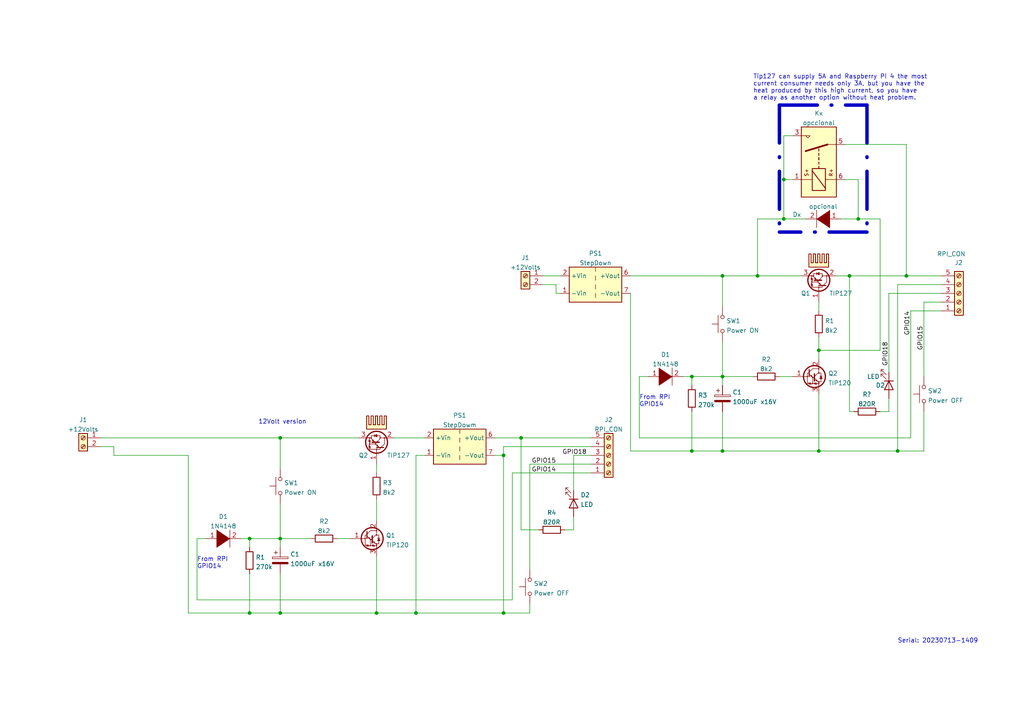
<source format=kicad_sch>
(kicad_sch (version 20211123) (generator eeschema)

  (uuid e63e39d7-6ac0-4ffd-8aa3-1841a4541b55)

  (paper "A4")

  (title_block
    (title "Key for raspberry PI's power supply")
    (date "2023-04-14")
    (rev "C")
  )

  (lib_symbols
    (symbol "Connector:Screw_Terminal_01x02" (pin_names (offset 1.016) hide) (in_bom yes) (on_board yes)
      (property "Reference" "J" (id 0) (at 0 2.54 0)
        (effects (font (size 1.27 1.27)))
      )
      (property "Value" "Screw_Terminal_01x02" (id 1) (at 0 -5.08 0)
        (effects (font (size 1.27 1.27)))
      )
      (property "Footprint" "" (id 2) (at 0 0 0)
        (effects (font (size 1.27 1.27)) hide)
      )
      (property "Datasheet" "~" (id 3) (at 0 0 0)
        (effects (font (size 1.27 1.27)) hide)
      )
      (property "ki_keywords" "screw terminal" (id 4) (at 0 0 0)
        (effects (font (size 1.27 1.27)) hide)
      )
      (property "ki_description" "Generic screw terminal, single row, 01x02, script generated (kicad-library-utils/schlib/autogen/connector/)" (id 5) (at 0 0 0)
        (effects (font (size 1.27 1.27)) hide)
      )
      (property "ki_fp_filters" "TerminalBlock*:*" (id 6) (at 0 0 0)
        (effects (font (size 1.27 1.27)) hide)
      )
      (symbol "Screw_Terminal_01x02_1_1"
        (rectangle (start -1.27 1.27) (end 1.27 -3.81)
          (stroke (width 0.254) (type default) (color 0 0 0 0))
          (fill (type background))
        )
        (circle (center 0 -2.54) (radius 0.635)
          (stroke (width 0.1524) (type default) (color 0 0 0 0))
          (fill (type none))
        )
        (polyline
          (pts
            (xy -0.5334 -2.2098)
            (xy 0.3302 -3.048)
          )
          (stroke (width 0.1524) (type default) (color 0 0 0 0))
          (fill (type none))
        )
        (polyline
          (pts
            (xy -0.5334 0.3302)
            (xy 0.3302 -0.508)
          )
          (stroke (width 0.1524) (type default) (color 0 0 0 0))
          (fill (type none))
        )
        (polyline
          (pts
            (xy -0.3556 -2.032)
            (xy 0.508 -2.8702)
          )
          (stroke (width 0.1524) (type default) (color 0 0 0 0))
          (fill (type none))
        )
        (polyline
          (pts
            (xy -0.3556 0.508)
            (xy 0.508 -0.3302)
          )
          (stroke (width 0.1524) (type default) (color 0 0 0 0))
          (fill (type none))
        )
        (circle (center 0 0) (radius 0.635)
          (stroke (width 0.1524) (type default) (color 0 0 0 0))
          (fill (type none))
        )
        (pin passive line (at -5.08 0 0) (length 3.81)
          (name "Pin_1" (effects (font (size 1.27 1.27))))
          (number "1" (effects (font (size 1.27 1.27))))
        )
        (pin passive line (at -5.08 -2.54 0) (length 3.81)
          (name "Pin_2" (effects (font (size 1.27 1.27))))
          (number "2" (effects (font (size 1.27 1.27))))
        )
      )
    )
    (symbol "Connector:Screw_Terminal_01x05" (pin_names (offset 1.016) hide) (in_bom yes) (on_board yes)
      (property "Reference" "J" (id 0) (at 0 7.62 0)
        (effects (font (size 1.27 1.27)))
      )
      (property "Value" "Screw_Terminal_01x05" (id 1) (at 0 -7.62 0)
        (effects (font (size 1.27 1.27)))
      )
      (property "Footprint" "" (id 2) (at 0 0 0)
        (effects (font (size 1.27 1.27)) hide)
      )
      (property "Datasheet" "~" (id 3) (at 0 0 0)
        (effects (font (size 1.27 1.27)) hide)
      )
      (property "ki_keywords" "screw terminal" (id 4) (at 0 0 0)
        (effects (font (size 1.27 1.27)) hide)
      )
      (property "ki_description" "Generic screw terminal, single row, 01x05, script generated (kicad-library-utils/schlib/autogen/connector/)" (id 5) (at 0 0 0)
        (effects (font (size 1.27 1.27)) hide)
      )
      (property "ki_fp_filters" "TerminalBlock*:*" (id 6) (at 0 0 0)
        (effects (font (size 1.27 1.27)) hide)
      )
      (symbol "Screw_Terminal_01x05_1_1"
        (rectangle (start -1.27 6.35) (end 1.27 -6.35)
          (stroke (width 0.254) (type default) (color 0 0 0 0))
          (fill (type background))
        )
        (circle (center 0 -5.08) (radius 0.635)
          (stroke (width 0.1524) (type default) (color 0 0 0 0))
          (fill (type none))
        )
        (circle (center 0 -2.54) (radius 0.635)
          (stroke (width 0.1524) (type default) (color 0 0 0 0))
          (fill (type none))
        )
        (polyline
          (pts
            (xy -0.5334 -4.7498)
            (xy 0.3302 -5.588)
          )
          (stroke (width 0.1524) (type default) (color 0 0 0 0))
          (fill (type none))
        )
        (polyline
          (pts
            (xy -0.5334 -2.2098)
            (xy 0.3302 -3.048)
          )
          (stroke (width 0.1524) (type default) (color 0 0 0 0))
          (fill (type none))
        )
        (polyline
          (pts
            (xy -0.5334 0.3302)
            (xy 0.3302 -0.508)
          )
          (stroke (width 0.1524) (type default) (color 0 0 0 0))
          (fill (type none))
        )
        (polyline
          (pts
            (xy -0.5334 2.8702)
            (xy 0.3302 2.032)
          )
          (stroke (width 0.1524) (type default) (color 0 0 0 0))
          (fill (type none))
        )
        (polyline
          (pts
            (xy -0.5334 5.4102)
            (xy 0.3302 4.572)
          )
          (stroke (width 0.1524) (type default) (color 0 0 0 0))
          (fill (type none))
        )
        (polyline
          (pts
            (xy -0.3556 -4.572)
            (xy 0.508 -5.4102)
          )
          (stroke (width 0.1524) (type default) (color 0 0 0 0))
          (fill (type none))
        )
        (polyline
          (pts
            (xy -0.3556 -2.032)
            (xy 0.508 -2.8702)
          )
          (stroke (width 0.1524) (type default) (color 0 0 0 0))
          (fill (type none))
        )
        (polyline
          (pts
            (xy -0.3556 0.508)
            (xy 0.508 -0.3302)
          )
          (stroke (width 0.1524) (type default) (color 0 0 0 0))
          (fill (type none))
        )
        (polyline
          (pts
            (xy -0.3556 3.048)
            (xy 0.508 2.2098)
          )
          (stroke (width 0.1524) (type default) (color 0 0 0 0))
          (fill (type none))
        )
        (polyline
          (pts
            (xy -0.3556 5.588)
            (xy 0.508 4.7498)
          )
          (stroke (width 0.1524) (type default) (color 0 0 0 0))
          (fill (type none))
        )
        (circle (center 0 0) (radius 0.635)
          (stroke (width 0.1524) (type default) (color 0 0 0 0))
          (fill (type none))
        )
        (circle (center 0 2.54) (radius 0.635)
          (stroke (width 0.1524) (type default) (color 0 0 0 0))
          (fill (type none))
        )
        (circle (center 0 5.08) (radius 0.635)
          (stroke (width 0.1524) (type default) (color 0 0 0 0))
          (fill (type none))
        )
        (pin passive line (at -5.08 5.08 0) (length 3.81)
          (name "Pin_1" (effects (font (size 1.27 1.27))))
          (number "1" (effects (font (size 1.27 1.27))))
        )
        (pin passive line (at -5.08 2.54 0) (length 3.81)
          (name "Pin_2" (effects (font (size 1.27 1.27))))
          (number "2" (effects (font (size 1.27 1.27))))
        )
        (pin passive line (at -5.08 0 0) (length 3.81)
          (name "Pin_3" (effects (font (size 1.27 1.27))))
          (number "3" (effects (font (size 1.27 1.27))))
        )
        (pin passive line (at -5.08 -2.54 0) (length 3.81)
          (name "Pin_4" (effects (font (size 1.27 1.27))))
          (number "4" (effects (font (size 1.27 1.27))))
        )
        (pin passive line (at -5.08 -5.08 0) (length 3.81)
          (name "Pin_5" (effects (font (size 1.27 1.27))))
          (number "5" (effects (font (size 1.27 1.27))))
        )
      )
    )
    (symbol "Converter_DCDC:ITX1224SA" (in_bom yes) (on_board yes)
      (property "Reference" "PS" (id 0) (at -7.62 6.35 0)
        (effects (font (size 1.27 1.27)) (justify left))
      )
      (property "Value" "ITX1224SA" (id 1) (at 1.27 6.35 0)
        (effects (font (size 1.27 1.27)) (justify left))
      )
      (property "Footprint" "Converter_DCDC:Converter_DCDC_XP_POWER-ITXxxxxSA_THT" (id 2) (at -26.67 -6.35 0)
        (effects (font (size 1.27 1.27)) (justify left) hide)
      )
      (property "Datasheet" "https://www.xppower.com/pdfs/SF_ITX.pdf" (id 3) (at 26.67 -7.62 0)
        (effects (font (size 1.27 1.27)) (justify left) hide)
      )
      (property "ki_keywords" "XP_POWER DC/DC isolated Converter module" (id 4) (at 0 0 0)
        (effects (font (size 1.27 1.27)) hide)
      )
      (property "ki_description" "XP Power 6W, 1000 VDC Isolated DC/DC Converter Module, Fully Regulated Single Output Voltage 24V, ±250mA, 12V Input Voltage, SIP" (id 5) (at 0 0 0)
        (effects (font (size 1.27 1.27)) hide)
      )
      (property "ki_fp_filters" "*XP?POWER?ITXxxxxSA*" (id 6) (at 0 0 0)
        (effects (font (size 1.27 1.27)) hide)
      )
      (symbol "ITX1224SA_0_0"
        (pin power_in line (at -10.16 -2.54 0) (length 2.54)
          (name "-Vin" (effects (font (size 1.27 1.27))))
          (number "1" (effects (font (size 1.27 1.27))))
        )
        (pin power_in line (at -10.16 2.54 0) (length 2.54)
          (name "+Vin" (effects (font (size 1.27 1.27))))
          (number "2" (effects (font (size 1.27 1.27))))
        )
        (pin power_out line (at 10.16 2.54 180) (length 2.54)
          (name "+Vout" (effects (font (size 1.27 1.27))))
          (number "6" (effects (font (size 1.27 1.27))))
        )
        (pin power_out line (at 10.16 -2.54 180) (length 2.54)
          (name "-Vout" (effects (font (size 1.27 1.27))))
          (number "7" (effects (font (size 1.27 1.27))))
        )
        (pin no_connect line (at 7.62 0 180) (length 2.54) hide
          (name "NC" (effects (font (size 1.27 1.27))))
          (number "8" (effects (font (size 1.27 1.27))))
        )
      )
      (symbol "ITX1224SA_0_1"
        (rectangle (start -7.62 5.08) (end 7.62 -5.08)
          (stroke (width 0.254) (type default) (color 0 0 0 0))
          (fill (type background))
        )
        (polyline
          (pts
            (xy 0 -2.54)
            (xy 0 -3.81)
          )
          (stroke (width 0) (type default) (color 0 0 0 0))
          (fill (type none))
        )
        (polyline
          (pts
            (xy 0 0)
            (xy 0 -1.27)
          )
          (stroke (width 0) (type default) (color 0 0 0 0))
          (fill (type none))
        )
        (polyline
          (pts
            (xy 0 2.54)
            (xy 0 1.27)
          )
          (stroke (width 0) (type default) (color 0 0 0 0))
          (fill (type none))
        )
        (polyline
          (pts
            (xy 0 5.08)
            (xy 0 3.81)
          )
          (stroke (width 0) (type default) (color 0 0 0 0))
          (fill (type none))
        )
      )
    )
    (symbol "Device:C_Polarized" (pin_numbers hide) (pin_names (offset 0.254)) (in_bom yes) (on_board yes)
      (property "Reference" "C" (id 0) (at 0.635 2.54 0)
        (effects (font (size 1.27 1.27)) (justify left))
      )
      (property "Value" "C_Polarized" (id 1) (at 0.635 -2.54 0)
        (effects (font (size 1.27 1.27)) (justify left))
      )
      (property "Footprint" "" (id 2) (at 0.9652 -3.81 0)
        (effects (font (size 1.27 1.27)) hide)
      )
      (property "Datasheet" "~" (id 3) (at 0 0 0)
        (effects (font (size 1.27 1.27)) hide)
      )
      (property "ki_keywords" "cap capacitor" (id 4) (at 0 0 0)
        (effects (font (size 1.27 1.27)) hide)
      )
      (property "ki_description" "Polarized capacitor" (id 5) (at 0 0 0)
        (effects (font (size 1.27 1.27)) hide)
      )
      (property "ki_fp_filters" "CP_*" (id 6) (at 0 0 0)
        (effects (font (size 1.27 1.27)) hide)
      )
      (symbol "C_Polarized_0_1"
        (rectangle (start -2.286 0.508) (end 2.286 1.016)
          (stroke (width 0) (type default) (color 0 0 0 0))
          (fill (type none))
        )
        (polyline
          (pts
            (xy -1.778 2.286)
            (xy -0.762 2.286)
          )
          (stroke (width 0) (type default) (color 0 0 0 0))
          (fill (type none))
        )
        (polyline
          (pts
            (xy -1.27 2.794)
            (xy -1.27 1.778)
          )
          (stroke (width 0) (type default) (color 0 0 0 0))
          (fill (type none))
        )
        (rectangle (start 2.286 -0.508) (end -2.286 -1.016)
          (stroke (width 0) (type default) (color 0 0 0 0))
          (fill (type outline))
        )
      )
      (symbol "C_Polarized_1_1"
        (pin passive line (at 0 3.81 270) (length 2.794)
          (name "~" (effects (font (size 1.27 1.27))))
          (number "1" (effects (font (size 1.27 1.27))))
        )
        (pin passive line (at 0 -3.81 90) (length 2.794)
          (name "~" (effects (font (size 1.27 1.27))))
          (number "2" (effects (font (size 1.27 1.27))))
        )
      )
    )
    (symbol "Device:LED" (pin_numbers hide) (pin_names (offset 1.016) hide) (in_bom yes) (on_board yes)
      (property "Reference" "D" (id 0) (at 0 2.54 0)
        (effects (font (size 1.27 1.27)))
      )
      (property "Value" "LED" (id 1) (at 0 -2.54 0)
        (effects (font (size 1.27 1.27)))
      )
      (property "Footprint" "" (id 2) (at 0 0 0)
        (effects (font (size 1.27 1.27)) hide)
      )
      (property "Datasheet" "~" (id 3) (at 0 0 0)
        (effects (font (size 1.27 1.27)) hide)
      )
      (property "ki_keywords" "LED diode" (id 4) (at 0 0 0)
        (effects (font (size 1.27 1.27)) hide)
      )
      (property "ki_description" "Light emitting diode" (id 5) (at 0 0 0)
        (effects (font (size 1.27 1.27)) hide)
      )
      (property "ki_fp_filters" "LED* LED_SMD:* LED_THT:*" (id 6) (at 0 0 0)
        (effects (font (size 1.27 1.27)) hide)
      )
      (symbol "LED_0_1"
        (polyline
          (pts
            (xy -1.27 -1.27)
            (xy -1.27 1.27)
          )
          (stroke (width 0.254) (type default) (color 0 0 0 0))
          (fill (type none))
        )
        (polyline
          (pts
            (xy -1.27 0)
            (xy 1.27 0)
          )
          (stroke (width 0) (type default) (color 0 0 0 0))
          (fill (type none))
        )
        (polyline
          (pts
            (xy 1.27 -1.27)
            (xy 1.27 1.27)
            (xy -1.27 0)
            (xy 1.27 -1.27)
          )
          (stroke (width 0.254) (type default) (color 0 0 0 0))
          (fill (type none))
        )
        (polyline
          (pts
            (xy -3.048 -0.762)
            (xy -4.572 -2.286)
            (xy -3.81 -2.286)
            (xy -4.572 -2.286)
            (xy -4.572 -1.524)
          )
          (stroke (width 0) (type default) (color 0 0 0 0))
          (fill (type none))
        )
        (polyline
          (pts
            (xy -1.778 -0.762)
            (xy -3.302 -2.286)
            (xy -2.54 -2.286)
            (xy -3.302 -2.286)
            (xy -3.302 -1.524)
          )
          (stroke (width 0) (type default) (color 0 0 0 0))
          (fill (type none))
        )
      )
      (symbol "LED_1_1"
        (pin passive line (at -3.81 0 0) (length 2.54)
          (name "K" (effects (font (size 1.27 1.27))))
          (number "1" (effects (font (size 1.27 1.27))))
        )
        (pin passive line (at 3.81 0 180) (length 2.54)
          (name "A" (effects (font (size 1.27 1.27))))
          (number "2" (effects (font (size 1.27 1.27))))
        )
      )
    )
    (symbol "Device:R" (pin_numbers hide) (pin_names (offset 0)) (in_bom yes) (on_board yes)
      (property "Reference" "R" (id 0) (at 2.032 0 90)
        (effects (font (size 1.27 1.27)))
      )
      (property "Value" "R" (id 1) (at 0 0 90)
        (effects (font (size 1.27 1.27)))
      )
      (property "Footprint" "" (id 2) (at -1.778 0 90)
        (effects (font (size 1.27 1.27)) hide)
      )
      (property "Datasheet" "~" (id 3) (at 0 0 0)
        (effects (font (size 1.27 1.27)) hide)
      )
      (property "ki_keywords" "R res resistor" (id 4) (at 0 0 0)
        (effects (font (size 1.27 1.27)) hide)
      )
      (property "ki_description" "Resistor" (id 5) (at 0 0 0)
        (effects (font (size 1.27 1.27)) hide)
      )
      (property "ki_fp_filters" "R_*" (id 6) (at 0 0 0)
        (effects (font (size 1.27 1.27)) hide)
      )
      (symbol "R_0_1"
        (rectangle (start -1.016 -2.54) (end 1.016 2.54)
          (stroke (width 0.254) (type default) (color 0 0 0 0))
          (fill (type none))
        )
      )
      (symbol "R_1_1"
        (pin passive line (at 0 3.81 270) (length 1.27)
          (name "~" (effects (font (size 1.27 1.27))))
          (number "1" (effects (font (size 1.27 1.27))))
        )
        (pin passive line (at 0 -3.81 90) (length 1.27)
          (name "~" (effects (font (size 1.27 1.27))))
          (number "2" (effects (font (size 1.27 1.27))))
        )
      )
    )
    (symbol "Mechanical:Heatsink" (pin_names (offset 1.016)) (in_bom yes) (on_board yes)
      (property "Reference" "HS" (id 0) (at 0 5.08 0)
        (effects (font (size 1.27 1.27)))
      )
      (property "Value" "Heatsink" (id 1) (at 0 -1.27 0)
        (effects (font (size 1.27 1.27)))
      )
      (property "Footprint" "" (id 2) (at 0.3048 0 0)
        (effects (font (size 1.27 1.27)) hide)
      )
      (property "Datasheet" "~" (id 3) (at 0.3048 0 0)
        (effects (font (size 1.27 1.27)) hide)
      )
      (property "ki_keywords" "thermal heat temperature" (id 4) (at 0 0 0)
        (effects (font (size 1.27 1.27)) hide)
      )
      (property "ki_description" "Heatsink" (id 5) (at 0 0 0)
        (effects (font (size 1.27 1.27)) hide)
      )
      (property "ki_fp_filters" "Heatsink_*" (id 6) (at 0 0 0)
        (effects (font (size 1.27 1.27)) hide)
      )
      (symbol "Heatsink_0_1"
        (polyline
          (pts
            (xy -0.3302 1.27)
            (xy -0.9652 1.27)
            (xy -0.9652 3.81)
            (xy -1.6002 3.81)
            (xy -1.6002 1.27)
            (xy -2.2352 1.27)
            (xy -2.2352 3.81)
            (xy -2.8702 3.81)
            (xy -2.8702 0)
            (xy -0.9652 0)
          )
          (stroke (width 0.254) (type default) (color 0 0 0 0))
          (fill (type background))
        )
        (polyline
          (pts
            (xy -0.3302 1.27)
            (xy -0.3302 3.81)
            (xy 0.3048 3.81)
            (xy 0.3048 1.27)
            (xy 0.9398 1.27)
            (xy 0.9398 3.81)
            (xy 1.5748 3.81)
            (xy 1.5748 1.27)
            (xy 2.2098 1.27)
            (xy 2.2098 3.81)
            (xy 2.8448 3.81)
            (xy 2.8448 0)
            (xy -0.9652 0)
          )
          (stroke (width 0.254) (type default) (color 0 0 0 0))
          (fill (type background))
        )
      )
    )
    (symbol "Relay:ADW11" (in_bom yes) (on_board yes)
      (property "Reference" "K" (id 0) (at 11.43 3.81 0)
        (effects (font (size 1.27 1.27)))
      )
      (property "Value" "ADW11" (id 1) (at 13.97 1.27 0)
        (effects (font (size 1.27 1.27)))
      )
      (property "Footprint" "Relay_THT:Relay_1P1T_NO_10x24x18.8mm_Panasonic_ADW11xxxxW_THT" (id 2) (at 33.655 -1.27 0)
        (effects (font (size 1.27 1.27)) hide)
      )
      (property "Datasheet" "https://www.panasonic-electric-works.com/pew/es/downloads/ds_dw_hl_en.pdf" (id 3) (at 0 0 0)
        (effects (font (size 1.27 1.27)) hide)
      )
      (property "ki_keywords" "SPST 1P1T" (id 4) (at 0 0 0)
        (effects (font (size 1.27 1.27)) hide)
      )
      (property "ki_description" "Panasonic, 8A/16A, Small Polarized Latching Power Relays, Single coil, 1 Form A" (id 5) (at 0 0 0)
        (effects (font (size 1.27 1.27)) hide)
      )
      (property "ki_fp_filters" "Relay*1P1T*NO*Panasonic*ADW11xxxxW*" (id 6) (at 0 0 0)
        (effects (font (size 1.27 1.27)) hide)
      )
      (symbol "ADW11_1_1"
        (rectangle (start -10.16 5.08) (end 10.16 -5.08)
          (stroke (width 0.254) (type default) (color 0 0 0 0))
          (fill (type background))
        )
        (rectangle (start -8.255 1.905) (end -1.905 -1.905)
          (stroke (width 0.254) (type default) (color 0 0 0 0))
          (fill (type none))
        )
        (polyline
          (pts
            (xy -7.62 -1.905)
            (xy -2.54 1.905)
          )
          (stroke (width 0.254) (type default) (color 0 0 0 0))
          (fill (type none))
        )
        (polyline
          (pts
            (xy -5.08 -5.08)
            (xy -5.08 -1.905)
          )
          (stroke (width 0) (type default) (color 0 0 0 0))
          (fill (type none))
        )
        (polyline
          (pts
            (xy -5.08 5.08)
            (xy -5.08 1.905)
          )
          (stroke (width 0) (type default) (color 0 0 0 0))
          (fill (type none))
        )
        (polyline
          (pts
            (xy -1.905 0)
            (xy -1.27 0)
          )
          (stroke (width 0.254) (type default) (color 0 0 0 0))
          (fill (type none))
        )
        (polyline
          (pts
            (xy -0.635 0)
            (xy 0 0)
          )
          (stroke (width 0.254) (type default) (color 0 0 0 0))
          (fill (type none))
        )
        (polyline
          (pts
            (xy 0.635 0)
            (xy 1.27 0)
          )
          (stroke (width 0.254) (type default) (color 0 0 0 0))
          (fill (type none))
        )
        (polyline
          (pts
            (xy 0.635 0)
            (xy 1.27 0)
          )
          (stroke (width 0.254) (type default) (color 0 0 0 0))
          (fill (type none))
        )
        (polyline
          (pts
            (xy 1.905 0)
            (xy 2.54 0)
          )
          (stroke (width 0.254) (type default) (color 0 0 0 0))
          (fill (type none))
        )
        (polyline
          (pts
            (xy 3.175 0)
            (xy 3.81 0)
          )
          (stroke (width 0.254) (type default) (color 0 0 0 0))
          (fill (type none))
        )
        (polyline
          (pts
            (xy 5.08 -2.54)
            (xy 3.175 3.81)
          )
          (stroke (width 0.508) (type default) (color 0 0 0 0))
          (fill (type none))
        )
        (polyline
          (pts
            (xy 5.08 -2.54)
            (xy 5.08 -5.08)
          )
          (stroke (width 0) (type default) (color 0 0 0 0))
          (fill (type none))
        )
        (polyline
          (pts
            (xy 7.62 3.81)
            (xy 7.62 5.08)
          )
          (stroke (width 0) (type default) (color 0 0 0 0))
          (fill (type none))
        )
        (polyline
          (pts
            (xy 7.62 3.81)
            (xy 7.62 2.54)
            (xy 6.985 3.175)
            (xy 7.62 3.81)
          )
          (stroke (width 0) (type default) (color 0 0 0 0))
          (fill (type none))
        )
        (text "R+" (at -3.048 -3.556 0)
          (effects (font (size 1.016 1.016)))
        )
        (text "S+" (at -3.048 3.556 0)
          (effects (font (size 1.016 1.016)))
        )
        (pin passive line (at -5.08 7.62 270) (length 2.54)
          (name "~" (effects (font (size 1.27 1.27))))
          (number "1" (effects (font (size 1.27 1.27))))
        )
        (pin passive line (at 7.62 7.62 270) (length 2.54)
          (name "~" (effects (font (size 1.27 1.27))))
          (number "3" (effects (font (size 1.27 1.27))))
        )
        (pin passive line (at 5.08 -7.62 90) (length 2.54)
          (name "~" (effects (font (size 1.27 1.27))))
          (number "5" (effects (font (size 1.27 1.27))))
        )
        (pin passive line (at -5.08 -7.62 90) (length 2.54)
          (name "~" (effects (font (size 1.27 1.27))))
          (number "6" (effects (font (size 1.27 1.27))))
        )
      )
    )
    (symbol "Switch:SW_Push" (pin_numbers hide) (pin_names (offset 1.016) hide) (in_bom yes) (on_board yes)
      (property "Reference" "SW" (id 0) (at 1.27 2.54 0)
        (effects (font (size 1.27 1.27)) (justify left))
      )
      (property "Value" "SW_Push" (id 1) (at 0 -1.524 0)
        (effects (font (size 1.27 1.27)))
      )
      (property "Footprint" "" (id 2) (at 0 5.08 0)
        (effects (font (size 1.27 1.27)) hide)
      )
      (property "Datasheet" "~" (id 3) (at 0 5.08 0)
        (effects (font (size 1.27 1.27)) hide)
      )
      (property "ki_keywords" "switch normally-open pushbutton push-button" (id 4) (at 0 0 0)
        (effects (font (size 1.27 1.27)) hide)
      )
      (property "ki_description" "Push button switch, generic, two pins" (id 5) (at 0 0 0)
        (effects (font (size 1.27 1.27)) hide)
      )
      (symbol "SW_Push_0_1"
        (circle (center -2.032 0) (radius 0.508)
          (stroke (width 0) (type default) (color 0 0 0 0))
          (fill (type none))
        )
        (polyline
          (pts
            (xy 0 1.27)
            (xy 0 3.048)
          )
          (stroke (width 0) (type default) (color 0 0 0 0))
          (fill (type none))
        )
        (polyline
          (pts
            (xy 2.54 1.27)
            (xy -2.54 1.27)
          )
          (stroke (width 0) (type default) (color 0 0 0 0))
          (fill (type none))
        )
        (circle (center 2.032 0) (radius 0.508)
          (stroke (width 0) (type default) (color 0 0 0 0))
          (fill (type none))
        )
        (pin passive line (at -5.08 0 0) (length 2.54)
          (name "1" (effects (font (size 1.27 1.27))))
          (number "1" (effects (font (size 1.27 1.27))))
        )
        (pin passive line (at 5.08 0 180) (length 2.54)
          (name "2" (effects (font (size 1.27 1.27))))
          (number "2" (effects (font (size 1.27 1.27))))
        )
      )
    )
    (symbol "Transistor_BJT:TIP120" (pin_names (offset 0) hide) (in_bom yes) (on_board yes)
      (property "Reference" "Q" (id 0) (at 5.08 1.905 0)
        (effects (font (size 1.27 1.27)) (justify left))
      )
      (property "Value" "TIP120" (id 1) (at 5.08 0 0)
        (effects (font (size 1.27 1.27)) (justify left))
      )
      (property "Footprint" "Package_TO_SOT_THT:TO-220-3_Vertical" (id 2) (at 5.08 -1.905 0)
        (effects (font (size 1.27 1.27) italic) (justify left) hide)
      )
      (property "Datasheet" "https://www.onsemi.com/pub/Collateral/TIP120-D.PDF" (id 3) (at 0 0 0)
        (effects (font (size 1.27 1.27)) (justify left) hide)
      )
      (property "ki_keywords" "Darlington Power NPN Transistor" (id 4) (at 0 0 0)
        (effects (font (size 1.27 1.27)) hide)
      )
      (property "ki_description" "5A Ic, 60V Vce, Silicon Darlington Power NPN Transistor, TO-220" (id 5) (at 0 0 0)
        (effects (font (size 1.27 1.27)) hide)
      )
      (property "ki_fp_filters" "TO?220*" (id 6) (at 0 0 0)
        (effects (font (size 1.27 1.27)) hide)
      )
      (symbol "TIP120_0_1"
        (circle (center -0.762 0) (radius 0.127)
          (stroke (width 0) (type default) (color 0 0 0 0))
          (fill (type none))
        )
        (polyline
          (pts
            (xy -1.27 0)
            (xy -0.889 0)
          )
          (stroke (width 0) (type default) (color 0 0 0 0))
          (fill (type none))
        )
        (polyline
          (pts
            (xy 2.54 -2.032)
            (xy 2.54 -2.54)
          )
          (stroke (width 0) (type default) (color 0 0 0 0))
          (fill (type none))
        )
        (polyline
          (pts
            (xy 2.54 -1.524)
            (xy 3.175 -1.524)
          )
          (stroke (width 0) (type default) (color 0 0 0 0))
          (fill (type none))
        )
        (polyline
          (pts
            (xy 2.794 0.127)
            (xy 3.556 0.127)
          )
          (stroke (width 0) (type default) (color 0 0 0 0))
          (fill (type none))
        )
        (polyline
          (pts
            (xy 3.175 -0.635)
            (xy 3.175 -1.524)
          )
          (stroke (width 0) (type default) (color 0 0 0 0))
          (fill (type none))
        )
        (polyline
          (pts
            (xy 3.175 1.016)
            (xy 2.54 1.016)
          )
          (stroke (width 0) (type default) (color 0 0 0 0))
          (fill (type none))
        )
        (polyline
          (pts
            (xy 3.175 1.016)
            (xy 3.175 0.127)
          )
          (stroke (width 0) (type default) (color 0 0 0 0))
          (fill (type none))
        )
        (polyline
          (pts
            (xy -0.254 0.762)
            (xy 0.762 -0.254)
            (xy 1.27 -0.254)
          )
          (stroke (width 0) (type default) (color 0 0 0 0))
          (fill (type none))
        )
        (polyline
          (pts
            (xy -0.254 1.016)
            (xy -0.762 1.016)
            (xy -0.762 -2.032)
          )
          (stroke (width 0) (type default) (color 0 0 0 0))
          (fill (type none))
        )
        (polyline
          (pts
            (xy -0.254 1.27)
            (xy 0.762 2.286)
            (xy 2.54 2.286)
          )
          (stroke (width 0) (type default) (color 0 0 0 0))
          (fill (type none))
        )
        (polyline
          (pts
            (xy -0.254 2.032)
            (xy -0.254 0)
            (xy -0.254 0)
          )
          (stroke (width 0.3048) (type default) (color 0 0 0 0))
          (fill (type none))
        )
        (polyline
          (pts
            (xy 1.27 0.762)
            (xy 1.27 -1.27)
            (xy 1.27 -1.27)
          )
          (stroke (width 0.381) (type default) (color 0 0 0 0))
          (fill (type none))
        )
        (polyline
          (pts
            (xy 0.635 -0.127)
            (xy 0.381 0.381)
            (xy 0.127 0.127)
            (xy 0.635 -0.127)
          )
          (stroke (width 0) (type default) (color 0 0 0 0))
          (fill (type none))
        )
        (polyline
          (pts
            (xy 1.27 -0.508)
            (xy 2.286 -1.524)
            (xy 2.54 -1.524)
            (xy 2.54 -2.032)
          )
          (stroke (width 0) (type default) (color 0 0 0 0))
          (fill (type none))
        )
        (polyline
          (pts
            (xy 1.27 0)
            (xy 2.286 1.016)
            (xy 2.54 1.016)
            (xy 2.54 2.286)
          )
          (stroke (width 0) (type default) (color 0 0 0 0))
          (fill (type none))
        )
        (polyline
          (pts
            (xy 2.159 -1.397)
            (xy 1.905 -0.889)
            (xy 1.651 -1.143)
            (xy 2.159 -1.397)
          )
          (stroke (width 0) (type default) (color 0 0 0 0))
          (fill (type none))
        )
        (polyline
          (pts
            (xy 3.175 0.127)
            (xy 2.794 -0.635)
            (xy 3.556 -0.635)
            (xy 3.175 0.127)
          )
          (stroke (width 0) (type default) (color 0 0 0 0))
          (fill (type outline))
        )
        (polyline
          (pts
            (xy 0.762 -2.032)
            (xy 0.381 -2.032)
            (xy 0.254 -2.286)
            (xy 0.127 -1.778)
            (xy 0 -2.286)
            (xy -0.127 -1.778)
            (xy -0.254 -2.286)
            (xy -0.381 -1.778)
            (xy -0.508 -2.032)
            (xy -0.762 -2.032)
          )
          (stroke (width 0) (type default) (color 0 0 0 0))
          (fill (type none))
        )
        (polyline
          (pts
            (xy 0.762 -0.254)
            (xy 0.762 -2.032)
            (xy 1.143 -2.032)
            (xy 1.27 -1.778)
            (xy 1.397 -2.286)
            (xy 1.524 -1.778)
            (xy 1.651 -2.286)
            (xy 1.778 -1.778)
            (xy 1.905 -2.286)
            (xy 2.032 -2.032)
            (xy 2.54 -2.032)
          )
          (stroke (width 0) (type default) (color 0 0 0 0))
          (fill (type none))
        )
        (circle (center 0.762 -2.032) (radius 0.127)
          (stroke (width 0) (type default) (color 0 0 0 0))
          (fill (type none))
        )
        (circle (center 0.762 -0.254) (radius 0.127)
          (stroke (width 0) (type default) (color 0 0 0 0))
          (fill (type none))
        )
        (circle (center 1.27 0) (radius 3.175)
          (stroke (width 0.3556) (type default) (color 0 0 0 0))
          (fill (type none))
        )
        (circle (center 2.54 -2.032) (radius 0.127)
          (stroke (width 0) (type default) (color 0 0 0 0))
          (fill (type none))
        )
        (circle (center 2.54 -1.524) (radius 0.127)
          (stroke (width 0) (type default) (color 0 0 0 0))
          (fill (type none))
        )
        (circle (center 2.54 1.016) (radius 0.127)
          (stroke (width 0) (type default) (color 0 0 0 0))
          (fill (type none))
        )
        (circle (center 2.54 2.286) (radius 0.127)
          (stroke (width 0) (type default) (color 0 0 0 0))
          (fill (type none))
        )
      )
      (symbol "TIP120_1_1"
        (pin input line (at -5.08 0 0) (length 3.81)
          (name "B" (effects (font (size 1.27 1.27))))
          (number "1" (effects (font (size 1.27 1.27))))
        )
        (pin passive line (at 2.54 5.08 270) (length 2.667)
          (name "C" (effects (font (size 1.27 1.27))))
          (number "2" (effects (font (size 1.27 1.27))))
        )
        (pin passive line (at 2.54 -5.08 90) (length 2.54)
          (name "E" (effects (font (size 1.27 1.27))))
          (number "3" (effects (font (size 1.27 1.27))))
        )
      )
    )
    (symbol "Transistor_BJT:TIP127" (pin_names (offset 0) hide) (in_bom yes) (on_board yes)
      (property "Reference" "Q" (id 0) (at 5.08 1.905 0)
        (effects (font (size 1.27 1.27)) (justify left))
      )
      (property "Value" "TIP127" (id 1) (at 5.08 0 0)
        (effects (font (size 1.27 1.27)) (justify left))
      )
      (property "Footprint" "Package_TO_SOT_THT:TO-220-3_Vertical" (id 2) (at 5.08 -1.905 0)
        (effects (font (size 1.27 1.27) italic) (justify left) hide)
      )
      (property "Datasheet" "https://www.onsemi.com/pub/Collateral/TIP120-D.PDF" (id 3) (at 0 0 0)
        (effects (font (size 1.27 1.27)) (justify left) hide)
      )
      (property "ki_keywords" "Darlington Power PNP Transistor" (id 4) (at 0 0 0)
        (effects (font (size 1.27 1.27)) hide)
      )
      (property "ki_description" "5A Ic, 100V Vce, Silicon Darlington Power PNP Transistor, TO-220" (id 5) (at 0 0 0)
        (effects (font (size 1.27 1.27)) hide)
      )
      (property "ki_fp_filters" "TO?220*" (id 6) (at 0 0 0)
        (effects (font (size 1.27 1.27)) hide)
      )
      (symbol "TIP127_0_1"
        (circle (center -0.762 0) (radius 0.127)
          (stroke (width 0) (type default) (color 0 0 0 0))
          (fill (type none))
        )
        (polyline
          (pts
            (xy -1.27 0)
            (xy -0.889 0)
          )
          (stroke (width 0) (type default) (color 0 0 0 0))
          (fill (type none))
        )
        (polyline
          (pts
            (xy 2.54 -2.032)
            (xy 2.54 -2.54)
          )
          (stroke (width 0) (type default) (color 0 0 0 0))
          (fill (type none))
        )
        (polyline
          (pts
            (xy 2.54 -1.524)
            (xy 3.175 -1.524)
          )
          (stroke (width 0) (type default) (color 0 0 0 0))
          (fill (type none))
        )
        (polyline
          (pts
            (xy 2.794 -0.635)
            (xy 3.556 -0.635)
          )
          (stroke (width 0) (type default) (color 0 0 0 0))
          (fill (type none))
        )
        (polyline
          (pts
            (xy 3.175 -1.524)
            (xy 3.175 -0.635)
          )
          (stroke (width 0) (type default) (color 0 0 0 0))
          (fill (type none))
        )
        (polyline
          (pts
            (xy 3.175 0.127)
            (xy 3.175 1.016)
          )
          (stroke (width 0) (type default) (color 0 0 0 0))
          (fill (type none))
        )
        (polyline
          (pts
            (xy 3.175 1.016)
            (xy 2.54 1.016)
          )
          (stroke (width 0) (type default) (color 0 0 0 0))
          (fill (type none))
        )
        (polyline
          (pts
            (xy -0.254 0.762)
            (xy 0.762 -0.254)
            (xy 1.27 -0.254)
          )
          (stroke (width 0) (type default) (color 0 0 0 0))
          (fill (type none))
        )
        (polyline
          (pts
            (xy -0.254 1.016)
            (xy -0.762 1.016)
            (xy -0.762 -2.032)
          )
          (stroke (width 0) (type default) (color 0 0 0 0))
          (fill (type none))
        )
        (polyline
          (pts
            (xy -0.254 1.27)
            (xy 0.762 2.286)
            (xy 2.54 2.286)
          )
          (stroke (width 0) (type default) (color 0 0 0 0))
          (fill (type none))
        )
        (polyline
          (pts
            (xy -0.254 2.032)
            (xy -0.254 0)
            (xy -0.254 0)
          )
          (stroke (width 0.3048) (type default) (color 0 0 0 0))
          (fill (type none))
        )
        (polyline
          (pts
            (xy 1.27 0.762)
            (xy 1.27 -1.27)
            (xy 1.27 -1.27)
          )
          (stroke (width 0.381) (type default) (color 0 0 0 0))
          (fill (type none))
        )
        (polyline
          (pts
            (xy 0 0.508)
            (xy 0.254 0)
            (xy 0.508 0.254)
            (xy 0 0.508)
          )
          (stroke (width 0) (type default) (color 0 0 0 0))
          (fill (type none))
        )
        (polyline
          (pts
            (xy 1.27 -0.508)
            (xy 2.286 -1.524)
            (xy 2.54 -1.524)
            (xy 2.54 -2.032)
          )
          (stroke (width 0) (type default) (color 0 0 0 0))
          (fill (type none))
        )
        (polyline
          (pts
            (xy 1.27 0)
            (xy 2.286 1.016)
            (xy 2.54 1.016)
            (xy 2.54 2.286)
          )
          (stroke (width 0) (type default) (color 0 0 0 0))
          (fill (type none))
        )
        (polyline
          (pts
            (xy 1.524 -0.762)
            (xy 1.778 -1.27)
            (xy 2.032 -1.016)
            (xy 1.524 -0.762)
          )
          (stroke (width 0) (type default) (color 0 0 0 0))
          (fill (type none))
        )
        (polyline
          (pts
            (xy 3.175 -0.635)
            (xy 2.794 0.127)
            (xy 3.556 0.127)
            (xy 3.175 -0.635)
          )
          (stroke (width 0) (type default) (color 0 0 0 0))
          (fill (type outline))
        )
        (polyline
          (pts
            (xy 0.762 -2.032)
            (xy 0.381 -2.032)
            (xy 0.254 -2.286)
            (xy 0.127 -1.778)
            (xy 0 -2.286)
            (xy -0.127 -1.778)
            (xy -0.254 -2.286)
            (xy -0.381 -1.778)
            (xy -0.508 -2.032)
            (xy -0.762 -2.032)
          )
          (stroke (width 0) (type default) (color 0 0 0 0))
          (fill (type none))
        )
        (polyline
          (pts
            (xy 0.762 -0.254)
            (xy 0.762 -2.032)
            (xy 1.143 -2.032)
            (xy 1.27 -1.778)
            (xy 1.397 -2.286)
            (xy 1.524 -1.778)
            (xy 1.651 -2.286)
            (xy 1.778 -1.778)
            (xy 1.905 -2.286)
            (xy 2.032 -2.032)
            (xy 2.54 -2.032)
          )
          (stroke (width 0) (type default) (color 0 0 0 0))
          (fill (type none))
        )
        (circle (center 0.762 -2.032) (radius 0.127)
          (stroke (width 0) (type default) (color 0 0 0 0))
          (fill (type none))
        )
        (circle (center 0.762 -0.254) (radius 0.127)
          (stroke (width 0) (type default) (color 0 0 0 0))
          (fill (type none))
        )
        (circle (center 1.27 0) (radius 3.175)
          (stroke (width 0.3556) (type default) (color 0 0 0 0))
          (fill (type none))
        )
        (circle (center 2.54 -2.032) (radius 0.127)
          (stroke (width 0) (type default) (color 0 0 0 0))
          (fill (type none))
        )
        (circle (center 2.54 -1.524) (radius 0.127)
          (stroke (width 0) (type default) (color 0 0 0 0))
          (fill (type none))
        )
        (circle (center 2.54 1.016) (radius 0.127)
          (stroke (width 0) (type default) (color 0 0 0 0))
          (fill (type none))
        )
        (circle (center 2.54 2.286) (radius 0.127)
          (stroke (width 0) (type default) (color 0 0 0 0))
          (fill (type none))
        )
      )
      (symbol "TIP127_1_1"
        (pin input line (at -5.08 0 0) (length 3.81)
          (name "B" (effects (font (size 1.27 1.27))))
          (number "1" (effects (font (size 1.27 1.27))))
        )
        (pin passive line (at 2.54 5.08 270) (length 2.667)
          (name "C" (effects (font (size 1.27 1.27))))
          (number "2" (effects (font (size 1.27 1.27))))
        )
        (pin passive line (at 2.54 -5.08 90) (length 2.54)
          (name "E" (effects (font (size 1.27 1.27))))
          (number "3" (effects (font (size 1.27 1.27))))
        )
      )
    )
    (symbol "pspice:DIODE" (pin_names (offset 1.016) hide) (in_bom yes) (on_board yes)
      (property "Reference" "D" (id 0) (at 0 3.81 0)
        (effects (font (size 1.27 1.27)))
      )
      (property "Value" "DIODE" (id 1) (at 0 -4.445 0)
        (effects (font (size 1.27 1.27)))
      )
      (property "Footprint" "" (id 2) (at 0 0 0)
        (effects (font (size 1.27 1.27)) hide)
      )
      (property "Datasheet" "~" (id 3) (at 0 0 0)
        (effects (font (size 1.27 1.27)) hide)
      )
      (property "ki_keywords" "simulation" (id 4) (at 0 0 0)
        (effects (font (size 1.27 1.27)) hide)
      )
      (property "ki_description" "Diode symbol for simulation only. Pin order incompatible with official kicad footprints" (id 5) (at 0 0 0)
        (effects (font (size 1.27 1.27)) hide)
      )
      (symbol "DIODE_0_1"
        (polyline
          (pts
            (xy 1.905 2.54)
            (xy 1.905 -2.54)
          )
          (stroke (width 0) (type default) (color 0 0 0 0))
          (fill (type none))
        )
        (polyline
          (pts
            (xy -1.905 2.54)
            (xy -1.905 -2.54)
            (xy 1.905 0)
          )
          (stroke (width 0) (type default) (color 0 0 0 0))
          (fill (type outline))
        )
      )
      (symbol "DIODE_1_1"
        (pin input line (at -5.08 0 0) (length 3.81)
          (name "K" (effects (font (size 1.27 1.27))))
          (number "1" (effects (font (size 1.27 1.27))))
        )
        (pin input line (at 5.08 0 180) (length 3.81)
          (name "A" (effects (font (size 1.27 1.27))))
          (number "2" (effects (font (size 1.27 1.27))))
        )
      )
    )
  )

  (junction (at 151.13 127) (diameter 0) (color 0 0 0 0)
    (uuid 06b0ae17-a520-4187-8b40-858041b6b04e)
  )
  (junction (at 72.39 177.8) (diameter 0) (color 0 0 0 0)
    (uuid 09a4c8ee-e8d7-4980-8dc1-43a8ae75179d)
  )
  (junction (at 200.66 130.81) (diameter 0) (color 0 0 0 0)
    (uuid 0b9f327e-6af4-42a9-8f01-153070f114b2)
  )
  (junction (at 209.55 109.22) (diameter 0) (color 0 0 0 0)
    (uuid 1062d296-4d6a-4b3e-9f29-d3d305b3303f)
  )
  (junction (at 81.28 156.21) (diameter 0) (color 0 0 0 0)
    (uuid 12b3f282-b27e-422d-8573-a75c93f7618d)
  )
  (junction (at 219.71 80.01) (diameter 0) (color 0 0 0 0)
    (uuid 1bf2b7d0-4a00-4987-9eca-91e8e93829d4)
  )
  (junction (at 109.22 177.8) (diameter 0) (color 0 0 0 0)
    (uuid 3a191633-099d-485c-8b28-2b597c400bc8)
  )
  (junction (at 237.49 130.81) (diameter 0) (color 0 0 0 0)
    (uuid 514dbe28-36ba-489b-bd5f-69e81f20d8d0)
  )
  (junction (at 146.05 132.08) (diameter 0) (color 0 0 0 0)
    (uuid 6316235e-e658-40cb-baee-064e501b4862)
  )
  (junction (at 246.38 80.01) (diameter 0) (color 0 0 0 0)
    (uuid 6e32606a-cf95-4b4b-bd28-acfe3386321f)
  )
  (junction (at 146.05 177.8) (diameter 0) (color 0 0 0 0)
    (uuid 7bf7143e-fc31-4003-beba-ef82b91e326c)
  )
  (junction (at 260.35 130.81) (diameter 0) (color 0 0 0 0)
    (uuid 7d54e962-9ee4-4ac7-a092-87c5fbb384ec)
  )
  (junction (at 120.65 177.8) (diameter 0) (color 0 0 0 0)
    (uuid 859d4eac-6b53-44cf-90b2-e1fc5d729b9b)
  )
  (junction (at 209.55 80.01) (diameter 0) (color 0 0 0 0)
    (uuid 916902c5-25ce-4891-9f1c-d8b7d995525e)
  )
  (junction (at 200.66 109.22) (diameter 0) (color 0 0 0 0)
    (uuid 9225788f-dc25-426b-b356-6cb8e457b2b3)
  )
  (junction (at 81.28 127) (diameter 0) (color 0 0 0 0)
    (uuid 9e627df2-3a4b-4da0-8750-ba272cb6e5cb)
  )
  (junction (at 72.39 156.21) (diameter 0) (color 0 0 0 0)
    (uuid b7c041e1-69c5-4d56-b9ca-5cb67a769ad6)
  )
  (junction (at 209.55 130.81) (diameter 0) (color 0 0 0 0)
    (uuid c1646c5a-d394-416d-a036-046904fc1a3c)
  )
  (junction (at 237.49 101.6) (diameter 0) (color 0 0 0 0)
    (uuid c1b48cbd-a747-4809-bcfe-287c7f054038)
  )
  (junction (at 81.28 177.8) (diameter 0) (color 0 0 0 0)
    (uuid d04360f7-ee42-46cd-b4ae-6754d4eaff7e)
  )
  (junction (at 227.33 52.07) (diameter 0) (color 0 0 0 0)
    (uuid dcc92dd7-3fcc-459e-b0be-3052e995896e)
  )
  (junction (at 227.33 63.5) (diameter 0) (color 0 0 0 0)
    (uuid e07eb41c-4ad1-4c60-a510-354dc734e623)
  )
  (junction (at 248.92 63.5) (diameter 0) (color 0 0 0 0)
    (uuid e38ec694-ef82-4133-b93a-7225eba48f88)
  )
  (junction (at 262.89 80.01) (diameter 0) (color 0 0 0 0)
    (uuid fd745b43-8ce2-4629-8080-530373cf8b31)
  )

  (wire (pts (xy 246.38 80.01) (xy 262.89 80.01))
    (stroke (width 0) (type default) (color 0 0 0 0))
    (uuid 03eebe4f-03e8-4e8d-a496-12197d9982c4)
  )
  (wire (pts (xy 59.69 156.21) (xy 57.15 156.21))
    (stroke (width 0) (type default) (color 0 0 0 0))
    (uuid 07373ddf-5b5b-41a0-9ed2-aceb082a520f)
  )
  (wire (pts (xy 143.51 127) (xy 151.13 127))
    (stroke (width 0) (type default) (color 0 0 0 0))
    (uuid 0890da81-424a-44e0-beec-295357b448c2)
  )
  (wire (pts (xy 72.39 166.37) (xy 72.39 177.8))
    (stroke (width 0) (type default) (color 0 0 0 0))
    (uuid 0cd50fb9-6378-44be-b100-e5ad911ae402)
  )
  (wire (pts (xy 161.29 85.09) (xy 161.29 82.55))
    (stroke (width 0) (type default) (color 0 0 0 0))
    (uuid 0ef0d09f-a774-4871-b763-c96a1e403cc8)
  )
  (wire (pts (xy 200.66 130.81) (xy 209.55 130.81))
    (stroke (width 0) (type default) (color 0 0 0 0))
    (uuid 121c2db0-28d4-446a-8d51-024fec307779)
  )
  (wire (pts (xy 264.16 90.17) (xy 264.16 127))
    (stroke (width 0) (type default) (color 0 0 0 0))
    (uuid 131c53b0-8d6a-4964-9f28-abff43f8ceec)
  )
  (wire (pts (xy 151.13 127) (xy 171.45 127))
    (stroke (width 0) (type default) (color 0 0 0 0))
    (uuid 145dfbf2-7d91-4186-94d2-991de8e6229c)
  )
  (wire (pts (xy 242.57 80.01) (xy 246.38 80.01))
    (stroke (width 0) (type default) (color 0 0 0 0))
    (uuid 165502a9-5023-44d7-91e3-219ba176f60f)
  )
  (wire (pts (xy 153.67 177.8) (xy 146.05 177.8))
    (stroke (width 0) (type default) (color 0 0 0 0))
    (uuid 18d1d050-68e2-443c-af4a-8c8a4f1730bf)
  )
  (wire (pts (xy 262.89 41.91) (xy 262.89 80.01))
    (stroke (width 0) (type default) (color 0 0 0 0))
    (uuid 197962a9-f773-48c3-b218-0261b85d3e5c)
  )
  (wire (pts (xy 182.88 130.81) (xy 200.66 130.81))
    (stroke (width 0) (type default) (color 0 0 0 0))
    (uuid 1985d109-c35b-411d-965f-84fd0e3a6b9e)
  )
  (wire (pts (xy 227.33 63.5) (xy 233.68 63.5))
    (stroke (width 0) (type default) (color 0 0 0 0))
    (uuid 1aa98b62-440d-4aa3-a0f9-2199bc6577ff)
  )
  (wire (pts (xy 273.05 85.09) (xy 257.81 85.09))
    (stroke (width 0) (type default) (color 0 0 0 0))
    (uuid 1b996752-63bd-4f2e-87ce-599821c5988a)
  )
  (wire (pts (xy 237.49 101.6) (xy 237.49 104.14))
    (stroke (width 0) (type default) (color 0 0 0 0))
    (uuid 22288525-38a4-47d2-b443-de58f366fd88)
  )
  (wire (pts (xy 219.71 63.5) (xy 219.71 80.01))
    (stroke (width 0) (type default) (color 0 0 0 0))
    (uuid 229e297b-be93-439b-9ef5-b98e28482daf)
  )
  (wire (pts (xy 166.37 142.24) (xy 166.37 132.08))
    (stroke (width 0) (type default) (color 0 0 0 0))
    (uuid 24145357-482f-4505-8ac9-5139c27685b1)
  )
  (wire (pts (xy 264.16 90.17) (xy 273.05 90.17))
    (stroke (width 0) (type default) (color 0 0 0 0))
    (uuid 260ce506-bba5-4d2b-a08e-241aaeaf0abf)
  )
  (wire (pts (xy 227.33 52.07) (xy 227.33 63.5))
    (stroke (width 0) (type default) (color 0 0 0 0))
    (uuid 27cbd317-3df9-4d45-84bb-40f111ed197b)
  )
  (wire (pts (xy 267.97 87.63) (xy 267.97 109.22))
    (stroke (width 0) (type default) (color 0 0 0 0))
    (uuid 2c84319b-e173-4cbe-b120-51d168f5725d)
  )
  (wire (pts (xy 81.28 177.8) (xy 109.22 177.8))
    (stroke (width 0) (type default) (color 0 0 0 0))
    (uuid 3127db8b-82dc-4432-9fe5-52ae0f138e32)
  )
  (polyline (pts (xy 251.46 30.48) (xy 251.46 67.31))
    (stroke (width 1) (type dash_dot) (color 0 0 0 0))
    (uuid 3161b4e4-0882-4791-9e70-c2c7fd125b03)
  )

  (wire (pts (xy 185.42 109.22) (xy 185.42 127))
    (stroke (width 0) (type default) (color 0 0 0 0))
    (uuid 37b6fbf6-cb07-4cbb-8683-13312a2cc34f)
  )
  (wire (pts (xy 267.97 130.81) (xy 260.35 130.81))
    (stroke (width 0) (type default) (color 0 0 0 0))
    (uuid 38bda7fd-26eb-4525-9f43-21e0a7a556ae)
  )
  (wire (pts (xy 198.12 109.22) (xy 200.66 109.22))
    (stroke (width 0) (type default) (color 0 0 0 0))
    (uuid 3c6d702f-cace-46eb-adf0-11e4f0368ceb)
  )
  (wire (pts (xy 255.27 101.6) (xy 255.27 63.5))
    (stroke (width 0) (type default) (color 0 0 0 0))
    (uuid 3d22994d-9cb5-4cb4-a319-a9aee02b4504)
  )
  (wire (pts (xy 260.35 130.81) (xy 260.35 82.55))
    (stroke (width 0) (type default) (color 0 0 0 0))
    (uuid 3fca0492-260c-4cb6-944d-0b2f5185c032)
  )
  (wire (pts (xy 157.48 80.01) (xy 162.56 80.01))
    (stroke (width 0) (type default) (color 0 0 0 0))
    (uuid 455221bd-daa4-451f-98d2-9f9064f9d228)
  )
  (wire (pts (xy 146.05 177.8) (xy 146.05 132.08))
    (stroke (width 0) (type default) (color 0 0 0 0))
    (uuid 461e72ce-b31f-4c1e-9acb-0eca1474e529)
  )
  (wire (pts (xy 255.27 119.38) (xy 257.81 119.38))
    (stroke (width 0) (type default) (color 0 0 0 0))
    (uuid 476d3b3f-575e-482f-b7bb-ad519edf525e)
  )
  (wire (pts (xy 161.29 85.09) (xy 162.56 85.09))
    (stroke (width 0) (type default) (color 0 0 0 0))
    (uuid 483c6765-8611-465a-b695-5f9db7ea6506)
  )
  (wire (pts (xy 120.65 132.08) (xy 120.65 177.8))
    (stroke (width 0) (type default) (color 0 0 0 0))
    (uuid 493b2804-403a-4cb2-aa7b-040293e72c0c)
  )
  (wire (pts (xy 209.55 130.81) (xy 237.49 130.81))
    (stroke (width 0) (type default) (color 0 0 0 0))
    (uuid 4d90120f-e732-4029-9d9f-f6edfa1934d5)
  )
  (wire (pts (xy 81.28 127) (xy 81.28 135.89))
    (stroke (width 0) (type default) (color 0 0 0 0))
    (uuid 4dc4a3ef-50f3-4415-ac07-54a826dc0bbb)
  )
  (wire (pts (xy 245.11 41.91) (xy 262.89 41.91))
    (stroke (width 0) (type default) (color 0 0 0 0))
    (uuid 4e7f7908-65ba-47b2-b02e-47fa25462094)
  )
  (wire (pts (xy 209.55 99.06) (xy 209.55 109.22))
    (stroke (width 0) (type default) (color 0 0 0 0))
    (uuid 4f119f77-6e14-4a57-a06c-576087e612cf)
  )
  (wire (pts (xy 227.33 63.5) (xy 219.71 63.5))
    (stroke (width 0) (type default) (color 0 0 0 0))
    (uuid 5092ea62-6d7c-4b00-9abd-eb99145fa455)
  )
  (wire (pts (xy 171.45 134.62) (xy 153.67 134.62))
    (stroke (width 0) (type default) (color 0 0 0 0))
    (uuid 513c7027-d7ec-4ed5-ac3b-f46bbbc4a53d)
  )
  (wire (pts (xy 109.22 177.8) (xy 109.22 161.29))
    (stroke (width 0) (type default) (color 0 0 0 0))
    (uuid 522d2894-498b-4554-b552-bc779f62dbd8)
  )
  (wire (pts (xy 151.13 153.67) (xy 151.13 127))
    (stroke (width 0) (type default) (color 0 0 0 0))
    (uuid 525b1146-7709-41e8-b8dd-421e6227f74e)
  )
  (wire (pts (xy 81.28 158.75) (xy 81.28 156.21))
    (stroke (width 0) (type default) (color 0 0 0 0))
    (uuid 55e99059-583f-485b-acc8-d5fbdc2a3bc7)
  )
  (wire (pts (xy 246.38 80.01) (xy 246.38 119.38))
    (stroke (width 0) (type default) (color 0 0 0 0))
    (uuid 56506276-ce6d-4788-8612-87231a802201)
  )
  (wire (pts (xy 209.55 111.76) (xy 209.55 109.22))
    (stroke (width 0) (type default) (color 0 0 0 0))
    (uuid 5686b7be-d0fb-4a57-9311-613e393ae5cb)
  )
  (wire (pts (xy 33.02 132.08) (xy 54.61 132.08))
    (stroke (width 0) (type default) (color 0 0 0 0))
    (uuid 59fbc2ad-d18a-47a1-80c7-c85cc363bb28)
  )
  (wire (pts (xy 267.97 87.63) (xy 273.05 87.63))
    (stroke (width 0) (type default) (color 0 0 0 0))
    (uuid 5c9d36e8-7f55-4c5c-8951-f68307312c81)
  )
  (wire (pts (xy 81.28 156.21) (xy 90.17 156.21))
    (stroke (width 0) (type default) (color 0 0 0 0))
    (uuid 5d6b226b-78d5-464c-b256-379964d7d772)
  )
  (wire (pts (xy 166.37 153.67) (xy 166.37 149.86))
    (stroke (width 0) (type default) (color 0 0 0 0))
    (uuid 5dc3f05d-0c86-45be-9827-ca0af583c704)
  )
  (wire (pts (xy 148.59 173.99) (xy 148.59 137.16))
    (stroke (width 0) (type default) (color 0 0 0 0))
    (uuid 5f4b7cad-b738-43a8-b6c8-63f297f3fdd3)
  )
  (wire (pts (xy 109.22 177.8) (xy 120.65 177.8))
    (stroke (width 0) (type default) (color 0 0 0 0))
    (uuid 601dab70-c386-47e0-b9f1-afbec49e210f)
  )
  (polyline (pts (xy 226.06 30.48) (xy 226.06 67.31))
    (stroke (width 1) (type dash_dot) (color 0 0 0 0))
    (uuid 6411b976-8a9b-446f-8843-f3c128226ae5)
  )

  (wire (pts (xy 182.88 85.09) (xy 182.88 130.81))
    (stroke (width 0) (type default) (color 0 0 0 0))
    (uuid 70191f76-4199-43c5-98fb-f2b7eeae660c)
  )
  (wire (pts (xy 29.21 129.54) (xy 33.02 129.54))
    (stroke (width 0) (type default) (color 0 0 0 0))
    (uuid 7108e76c-acc5-48b1-b83d-d053e461f965)
  )
  (wire (pts (xy 262.89 80.01) (xy 273.05 80.01))
    (stroke (width 0) (type default) (color 0 0 0 0))
    (uuid 73c88984-ba68-407c-a8b7-3cec8d49b59c)
  )
  (wire (pts (xy 257.81 119.38) (xy 257.81 115.57))
    (stroke (width 0) (type default) (color 0 0 0 0))
    (uuid 780866b6-e378-464c-a844-7e62cd87933d)
  )
  (polyline (pts (xy 226.06 30.48) (xy 251.46 30.48))
    (stroke (width 1) (type dash_dot) (color 0 0 0 0))
    (uuid 79ae497a-b872-439c-bd5b-8a08ceb0a9ea)
  )

  (wire (pts (xy 72.39 177.8) (xy 81.28 177.8))
    (stroke (width 0) (type default) (color 0 0 0 0))
    (uuid 7d070914-297c-4dec-af87-f391772e1f4f)
  )
  (wire (pts (xy 229.87 52.07) (xy 227.33 52.07))
    (stroke (width 0) (type default) (color 0 0 0 0))
    (uuid 7f0fa43c-7b91-4754-b1cb-d701f5a9e7ae)
  )
  (wire (pts (xy 257.81 85.09) (xy 257.81 107.95))
    (stroke (width 0) (type default) (color 0 0 0 0))
    (uuid 8130614f-10d6-4b5a-bc1d-c49cd9bd1146)
  )
  (wire (pts (xy 143.51 132.08) (xy 146.05 132.08))
    (stroke (width 0) (type default) (color 0 0 0 0))
    (uuid 81fb35bb-0d24-4d94-97e5-24e1c1551790)
  )
  (wire (pts (xy 54.61 132.08) (xy 54.61 177.8))
    (stroke (width 0) (type default) (color 0 0 0 0))
    (uuid 830a0dc4-dd22-41d3-b291-560d829548e6)
  )
  (wire (pts (xy 267.97 119.38) (xy 267.97 130.81))
    (stroke (width 0) (type default) (color 0 0 0 0))
    (uuid 89887bd3-6ea1-4913-a3a1-f0bb6e2639e0)
  )
  (wire (pts (xy 72.39 158.75) (xy 72.39 156.21))
    (stroke (width 0) (type default) (color 0 0 0 0))
    (uuid 8ceeab2b-653e-4fbe-8b3f-ddbd085bd235)
  )
  (wire (pts (xy 114.3 127) (xy 123.19 127))
    (stroke (width 0) (type default) (color 0 0 0 0))
    (uuid 8e1d5165-78d3-4031-93d7-de2673fc9891)
  )
  (wire (pts (xy 153.67 134.62) (xy 153.67 165.1))
    (stroke (width 0) (type default) (color 0 0 0 0))
    (uuid 8ff61392-2c4c-4cb1-8f17-7b818aee36b4)
  )
  (wire (pts (xy 237.49 101.6) (xy 255.27 101.6))
    (stroke (width 0) (type default) (color 0 0 0 0))
    (uuid 903ed7b9-05a6-490a-8e1a-1ee8acd7b520)
  )
  (wire (pts (xy 209.55 119.38) (xy 209.55 130.81))
    (stroke (width 0) (type default) (color 0 0 0 0))
    (uuid 9079ef3c-f709-432b-9e9d-13ed649c8bc5)
  )
  (wire (pts (xy 81.28 127) (xy 104.14 127))
    (stroke (width 0) (type default) (color 0 0 0 0))
    (uuid 90a8b1d9-8521-440f-b3c5-c5cf3ed3ab79)
  )
  (wire (pts (xy 237.49 97.79) (xy 237.49 101.6))
    (stroke (width 0) (type default) (color 0 0 0 0))
    (uuid 92bb8e51-1237-46be-b5a7-f20aabc73d15)
  )
  (wire (pts (xy 72.39 156.21) (xy 81.28 156.21))
    (stroke (width 0) (type default) (color 0 0 0 0))
    (uuid 96066fe1-f77b-478d-9b2d-0f1adc727f12)
  )
  (wire (pts (xy 248.92 52.07) (xy 245.11 52.07))
    (stroke (width 0) (type default) (color 0 0 0 0))
    (uuid 99b51399-7f87-492f-9df8-fb27bf11d206)
  )
  (wire (pts (xy 200.66 119.38) (xy 200.66 130.81))
    (stroke (width 0) (type default) (color 0 0 0 0))
    (uuid 9c95ee33-d1f9-4e39-a76a-bd55674310d7)
  )
  (wire (pts (xy 123.19 132.08) (xy 120.65 132.08))
    (stroke (width 0) (type default) (color 0 0 0 0))
    (uuid 9d3a5b9b-493f-4a4c-b8dd-a52776ba992d)
  )
  (wire (pts (xy 148.59 137.16) (xy 171.45 137.16))
    (stroke (width 0) (type default) (color 0 0 0 0))
    (uuid 9e95c39a-61c2-4674-9c04-fdc42fec46d4)
  )
  (wire (pts (xy 81.28 146.05) (xy 81.28 156.21))
    (stroke (width 0) (type default) (color 0 0 0 0))
    (uuid a5b6c33a-094a-4574-9b54-fc0d49089789)
  )
  (wire (pts (xy 163.83 153.67) (xy 166.37 153.67))
    (stroke (width 0) (type default) (color 0 0 0 0))
    (uuid a6ca6398-2621-4c2f-a59f-948410c51b6a)
  )
  (wire (pts (xy 248.92 63.5) (xy 248.92 52.07))
    (stroke (width 0) (type default) (color 0 0 0 0))
    (uuid a6dcf3c6-4117-478a-943a-edb8288bfacb)
  )
  (wire (pts (xy 243.84 63.5) (xy 248.92 63.5))
    (stroke (width 0) (type default) (color 0 0 0 0))
    (uuid a8fccc2f-0d8f-4cf2-b5db-51bf2a3f7e09)
  )
  (wire (pts (xy 69.85 156.21) (xy 72.39 156.21))
    (stroke (width 0) (type default) (color 0 0 0 0))
    (uuid aa2c0dbe-01b9-459d-9d57-61135f755aea)
  )
  (wire (pts (xy 227.33 39.37) (xy 227.33 52.07))
    (stroke (width 0) (type default) (color 0 0 0 0))
    (uuid ad6f0495-fec3-413e-af82-d8e632f6cf4d)
  )
  (wire (pts (xy 185.42 127) (xy 264.16 127))
    (stroke (width 0) (type default) (color 0 0 0 0))
    (uuid adc736e1-4b98-4a28-82f7-6c5225a6a56e)
  )
  (wire (pts (xy 156.21 153.67) (xy 151.13 153.67))
    (stroke (width 0) (type default) (color 0 0 0 0))
    (uuid b00586ce-7524-454f-9bc9-c180f3069656)
  )
  (wire (pts (xy 157.48 82.55) (xy 161.29 82.55))
    (stroke (width 0) (type default) (color 0 0 0 0))
    (uuid b0e0ca72-d94a-4d8b-9092-5a658b332ea7)
  )
  (wire (pts (xy 109.22 144.78) (xy 109.22 151.13))
    (stroke (width 0) (type default) (color 0 0 0 0))
    (uuid b1cd0cd8-a0ec-48c6-ae1d-c030f1e9f6c9)
  )
  (wire (pts (xy 57.15 173.99) (xy 148.59 173.99))
    (stroke (width 0) (type default) (color 0 0 0 0))
    (uuid b25aa567-4d65-478d-b5f6-3024be447982)
  )
  (wire (pts (xy 226.06 109.22) (xy 229.87 109.22))
    (stroke (width 0) (type default) (color 0 0 0 0))
    (uuid b7d09718-60fb-4972-9802-e7f8b1c637bb)
  )
  (wire (pts (xy 209.55 109.22) (xy 218.44 109.22))
    (stroke (width 0) (type default) (color 0 0 0 0))
    (uuid bb6fc9ca-29cf-4bd3-b247-55a9c24a57a8)
  )
  (wire (pts (xy 33.02 132.08) (xy 33.02 129.54))
    (stroke (width 0) (type default) (color 0 0 0 0))
    (uuid be231d57-d76e-4101-87fd-914aabf3dc62)
  )
  (wire (pts (xy 54.61 177.8) (xy 72.39 177.8))
    (stroke (width 0) (type default) (color 0 0 0 0))
    (uuid c65ec2fa-5c8d-4e75-84da-f2df7b765e88)
  )
  (polyline (pts (xy 251.46 67.31) (xy 226.06 67.31))
    (stroke (width 1) (type dash_dot) (color 0 0 0 0))
    (uuid c7b6fa00-96f0-4ced-a760-3cae248e9de4)
  )

  (wire (pts (xy 109.22 134.62) (xy 109.22 137.16))
    (stroke (width 0) (type default) (color 0 0 0 0))
    (uuid cdcfcb5e-d6bb-4686-9fa7-b194d3eaa510)
  )
  (wire (pts (xy 255.27 63.5) (xy 248.92 63.5))
    (stroke (width 0) (type default) (color 0 0 0 0))
    (uuid cf7d5f23-1b78-4ff9-a2d9-ccee75b4a59d)
  )
  (wire (pts (xy 247.65 119.38) (xy 246.38 119.38))
    (stroke (width 0) (type default) (color 0 0 0 0))
    (uuid d0e9e881-6317-4257-9faa-7c447002be8c)
  )
  (wire (pts (xy 209.55 80.01) (xy 219.71 80.01))
    (stroke (width 0) (type default) (color 0 0 0 0))
    (uuid d17d8546-c16d-4c1e-a714-e403686ecb03)
  )
  (wire (pts (xy 237.49 130.81) (xy 237.49 114.3))
    (stroke (width 0) (type default) (color 0 0 0 0))
    (uuid d31b216b-80cd-4eba-b094-6f17bcc9edbc)
  )
  (wire (pts (xy 237.49 130.81) (xy 260.35 130.81))
    (stroke (width 0) (type default) (color 0 0 0 0))
    (uuid d7413d8b-813b-4ea5-a8f7-0b43186dd0f8)
  )
  (wire (pts (xy 29.21 127) (xy 81.28 127))
    (stroke (width 0) (type default) (color 0 0 0 0))
    (uuid da97cac7-0d2a-44a0-85b6-ab481c1e829a)
  )
  (wire (pts (xy 153.67 175.26) (xy 153.67 177.8))
    (stroke (width 0) (type default) (color 0 0 0 0))
    (uuid dacf38fb-2e4e-471a-b4cf-30837754dff7)
  )
  (wire (pts (xy 166.37 132.08) (xy 171.45 132.08))
    (stroke (width 0) (type default) (color 0 0 0 0))
    (uuid db359b5e-dfa7-45aa-8a8b-9dda3b450993)
  )
  (wire (pts (xy 146.05 132.08) (xy 146.05 129.54))
    (stroke (width 0) (type default) (color 0 0 0 0))
    (uuid dd334f7b-a829-4d9a-9d99-e0c665ed9ea3)
  )
  (wire (pts (xy 237.49 87.63) (xy 237.49 90.17))
    (stroke (width 0) (type default) (color 0 0 0 0))
    (uuid de630cf1-e7af-46b1-a50f-dfc0576b0f02)
  )
  (wire (pts (xy 57.15 156.21) (xy 57.15 173.99))
    (stroke (width 0) (type default) (color 0 0 0 0))
    (uuid e0cf8498-9980-4817-81f5-702c57cd9736)
  )
  (wire (pts (xy 187.96 109.22) (xy 185.42 109.22))
    (stroke (width 0) (type default) (color 0 0 0 0))
    (uuid e13257fd-b466-4bfd-b2d5-a341e15a0afb)
  )
  (wire (pts (xy 97.79 156.21) (xy 101.6 156.21))
    (stroke (width 0) (type default) (color 0 0 0 0))
    (uuid e1aae143-2809-40f7-af20-1a6453390a4a)
  )
  (wire (pts (xy 229.87 39.37) (xy 227.33 39.37))
    (stroke (width 0) (type default) (color 0 0 0 0))
    (uuid e2bd05c0-e23c-4651-9073-b6a9ce1bb6a8)
  )
  (wire (pts (xy 200.66 111.76) (xy 200.66 109.22))
    (stroke (width 0) (type default) (color 0 0 0 0))
    (uuid e93dd752-1047-4c19-ba93-48abfd259e1c)
  )
  (wire (pts (xy 182.88 80.01) (xy 209.55 80.01))
    (stroke (width 0) (type default) (color 0 0 0 0))
    (uuid eac7acc3-ce06-491c-b0e5-378465fb214b)
  )
  (wire (pts (xy 260.35 82.55) (xy 273.05 82.55))
    (stroke (width 0) (type default) (color 0 0 0 0))
    (uuid f4d0f4b2-1c38-45bd-9340-67d66ada0795)
  )
  (wire (pts (xy 81.28 166.37) (xy 81.28 177.8))
    (stroke (width 0) (type default) (color 0 0 0 0))
    (uuid f5e10107-581d-4cf0-a4ec-0d200fc8359b)
  )
  (wire (pts (xy 146.05 129.54) (xy 171.45 129.54))
    (stroke (width 0) (type default) (color 0 0 0 0))
    (uuid f7d1b954-703c-4bf4-8059-b7da8209537c)
  )
  (wire (pts (xy 209.55 80.01) (xy 209.55 88.9))
    (stroke (width 0) (type default) (color 0 0 0 0))
    (uuid f95fbaf7-3652-458d-a99d-6d9cf1b518ef)
  )
  (wire (pts (xy 200.66 109.22) (xy 209.55 109.22))
    (stroke (width 0) (type default) (color 0 0 0 0))
    (uuid fabef479-a9dd-4453-8e34-5176db66b1a7)
  )
  (wire (pts (xy 120.65 177.8) (xy 146.05 177.8))
    (stroke (width 0) (type default) (color 0 0 0 0))
    (uuid fc341da4-38c1-4668-9ab2-11eea5816ec7)
  )
  (wire (pts (xy 219.71 80.01) (xy 232.41 80.01))
    (stroke (width 0) (type default) (color 0 0 0 0))
    (uuid fef3573c-a21c-43f1-8d82-5e0d2bccd14c)
  )

  (text "12Volt version\n" (at 74.93 123.19 0)
    (effects (font (size 1.27 1.27)) (justify left bottom))
    (uuid 3eac318d-e923-405d-8f76-0255df38ce01)
  )
  (text "Tip127 can supply 5A and Raspberry PI 4 the most \ncurrent consumer needs only 3A, but you have the\nheat produced by this high current, so you have\na relay as another option without heat problem.\n"
    (at 218.44 29.21 0)
    (effects (font (size 1.27 1.27)) (justify left bottom))
    (uuid 864cc106-316f-4352-a8c6-8b1200dbae47)
  )
  (text "From RPI \nGPIO14" (at 57.15 165.1 0)
    (effects (font (size 1.27 1.27)) (justify left bottom))
    (uuid 8859959c-fd90-4c08-9c36-a742ed7339e5)
  )
  (text "Serial: 20230713-1409" (at 260.35 186.69 0)
    (effects (font (size 1.27 1.27)) (justify left bottom))
    (uuid e7f26809-1786-4687-ba8b-aa22d422c245)
  )
  (text "From RPI \nGPIO14" (at 185.42 118.11 0)
    (effects (font (size 1.27 1.27)) (justify left bottom))
    (uuid f108e05d-2d3d-4a4e-ad97-3d7efb500873)
  )

  (label "GPIO18" (at 257.81 99.06 270)
    (effects (font (size 1.27 1.27)) (justify right bottom))
    (uuid 5e939947-fc27-4e55-b962-524b3aae8119)
  )
  (label "GPIO15" (at 161.29 134.62 180)
    (effects (font (size 1.27 1.27)) (justify right bottom))
    (uuid 7d6b3cef-f167-400d-ad0d-5e94921c77b7)
  )
  (label "GPIO14" (at 161.29 137.16 180)
    (effects (font (size 1.27 1.27)) (justify right bottom))
    (uuid 91e343e7-7eb8-4ea2-80c3-a2ef154ca544)
  )
  (label "GPIO18" (at 170.18 132.08 180)
    (effects (font (size 1.27 1.27)) (justify right bottom))
    (uuid 9934072c-5674-4ed3-9146-61b9347f189d)
  )
  (label "GPIO15" (at 267.97 101.6 90)
    (effects (font (size 1.27 1.27)) (justify left bottom))
    (uuid a46b5d50-a019-4375-a1a2-6000112b31df)
  )
  (label "GPIO14" (at 264.16 90.17 270)
    (effects (font (size 1.27 1.27)) (justify right bottom))
    (uuid c557831a-92a3-477d-84a3-a832069a6be1)
  )

  (symbol (lib_id "Device:R") (at 72.39 162.56 0) (unit 1)
    (in_bom yes) (on_board yes) (fields_autoplaced)
    (uuid 054e6357-b3a2-41dd-bdee-db9c4bb94842)
    (property "Reference" "R1" (id 0) (at 74.168 161.6515 0)
      (effects (font (size 1.27 1.27)) (justify left))
    )
    (property "Value" "270k" (id 1) (at 74.168 164.4266 0)
      (effects (font (size 1.27 1.27)) (justify left))
    )
    (property "Footprint" "" (id 2) (at 70.612 162.56 90)
      (effects (font (size 1.27 1.27)) hide)
    )
    (property "Datasheet" "~" (id 3) (at 72.39 162.56 0)
      (effects (font (size 1.27 1.27)) hide)
    )
    (pin "1" (uuid ca75d7c4-a3b1-4ca2-9179-06c0cd5b2345))
    (pin "2" (uuid 01261dd2-aeed-4b1b-9978-9034040ccec6))
  )

  (symbol (lib_id "Switch:SW_Push") (at 153.67 170.18 90) (unit 1)
    (in_bom yes) (on_board yes) (fields_autoplaced)
    (uuid 0645d492-3ad0-4b23-ade2-f0854e458490)
    (property "Reference" "SW2" (id 0) (at 154.813 169.2715 90)
      (effects (font (size 1.27 1.27)) (justify right))
    )
    (property "Value" "Power OFF" (id 1) (at 154.813 172.0466 90)
      (effects (font (size 1.27 1.27)) (justify right))
    )
    (property "Footprint" "" (id 2) (at 148.59 170.18 0)
      (effects (font (size 1.27 1.27)) hide)
    )
    (property "Datasheet" "~" (id 3) (at 148.59 170.18 0)
      (effects (font (size 1.27 1.27)) hide)
    )
    (pin "1" (uuid a3af87b2-2d84-4457-869f-9532152e6b4f))
    (pin "2" (uuid 70dc7ae4-9898-45bf-bcda-093e5292f06f))
  )

  (symbol (lib_id "Connector:Screw_Terminal_01x02") (at 152.4 80.01 0) (mirror y) (unit 1)
    (in_bom yes) (on_board yes) (fields_autoplaced)
    (uuid 1607b4db-85e8-447e-8038-6ac4f0f7f121)
    (property "Reference" "J1" (id 0) (at 152.4 74.7735 0))
    (property "Value" "+12Volts" (id 1) (at 152.4 77.5486 0))
    (property "Footprint" "" (id 2) (at 152.4 80.01 0)
      (effects (font (size 1.27 1.27)) hide)
    )
    (property "Datasheet" "~" (id 3) (at 152.4 80.01 0)
      (effects (font (size 1.27 1.27)) hide)
    )
    (pin "1" (uuid 1e3fb8c2-fd65-4002-a858-ff247c3052b9))
    (pin "2" (uuid 65f2db54-5f49-4cc7-951a-78cee37973db))
  )

  (symbol (lib_id "Device:R") (at 251.46 119.38 90) (unit 1)
    (in_bom yes) (on_board yes) (fields_autoplaced)
    (uuid 1c141dbe-a32c-417a-a434-b2fa908231e7)
    (property "Reference" "R?" (id 0) (at 251.46 114.3975 90))
    (property "Value" "820R" (id 1) (at 251.46 117.1726 90))
    (property "Footprint" "" (id 2) (at 251.46 121.158 90)
      (effects (font (size 1.27 1.27)) hide)
    )
    (property "Datasheet" "~" (id 3) (at 251.46 119.38 0)
      (effects (font (size 1.27 1.27)) hide)
    )
    (pin "1" (uuid 1bc43399-427f-4c83-a2ed-ce8eab01fd7f))
    (pin "2" (uuid 8338ce43-c1f9-4f4f-aea8-9e683bdd284c))
  )

  (symbol (lib_id "Switch:SW_Push") (at 81.28 140.97 90) (unit 1)
    (in_bom yes) (on_board yes) (fields_autoplaced)
    (uuid 1ce4a7f3-a603-48f1-9e58-76214f5053c7)
    (property "Reference" "SW1" (id 0) (at 82.423 140.0615 90)
      (effects (font (size 1.27 1.27)) (justify right))
    )
    (property "Value" "Power ON" (id 1) (at 82.423 142.8366 90)
      (effects (font (size 1.27 1.27)) (justify right))
    )
    (property "Footprint" "" (id 2) (at 76.2 140.97 0)
      (effects (font (size 1.27 1.27)) hide)
    )
    (property "Datasheet" "~" (id 3) (at 76.2 140.97 0)
      (effects (font (size 1.27 1.27)) hide)
    )
    (pin "1" (uuid 8245628a-0787-4bd3-a51e-585db2320322))
    (pin "2" (uuid 16175764-9ddc-43d3-99d5-2860b2274e3c))
  )

  (symbol (lib_id "Device:R") (at 222.25 109.22 90) (unit 1)
    (in_bom yes) (on_board yes) (fields_autoplaced)
    (uuid 1fdbae30-cc3d-4fbb-8892-38903abcf132)
    (property "Reference" "R2" (id 0) (at 222.25 104.2375 90))
    (property "Value" "8k2" (id 1) (at 222.25 107.0126 90))
    (property "Footprint" "" (id 2) (at 222.25 110.998 90)
      (effects (font (size 1.27 1.27)) hide)
    )
    (property "Datasheet" "~" (id 3) (at 222.25 109.22 0)
      (effects (font (size 1.27 1.27)) hide)
    )
    (pin "1" (uuid 534aa771-e477-4e65-8cbc-9e6cecac9269))
    (pin "2" (uuid 1a08e841-e5da-406a-80d2-b8b0596a9e58))
  )

  (symbol (lib_id "Transistor_BJT:TIP127") (at 237.49 82.55 270) (mirror x) (unit 1)
    (in_bom yes) (on_board yes)
    (uuid 240c10af-51b5-420e-a6f4-a2c8f5db1db5)
    (property "Reference" "Q1" (id 0) (at 233.68 85.09 90))
    (property "Value" "TIP127" (id 1) (at 243.84 85.09 90))
    (property "Footprint" "Package_TO_SOT_THT:TO-220-3_Vertical" (id 2) (at 235.585 77.47 0)
      (effects (font (size 1.27 1.27) italic) (justify left) hide)
    )
    (property "Datasheet" "https://www.onsemi.com/pub/Collateral/TIP120-D.PDF" (id 3) (at 237.49 82.55 0)
      (effects (font (size 1.27 1.27)) (justify left) hide)
    )
    (pin "1" (uuid 926001fd-2747-4639-8c0f-4fc46ff7218d))
    (pin "2" (uuid 59ec3156-036e-4049-89db-91a9dd07095f))
    (pin "3" (uuid d39d813e-3e64-490c-ba5c-a64bb5ad6bd0))
  )

  (symbol (lib_id "Device:LED") (at 257.81 111.76 270) (unit 1)
    (in_bom yes) (on_board yes)
    (uuid 2e1001f2-c254-412d-898f-4b19b29df719)
    (property "Reference" "D2" (id 0) (at 254 111.76 90)
      (effects (font (size 1.27 1.27)) (justify left))
    )
    (property "Value" "LED" (id 1) (at 251.46 109.22 90)
      (effects (font (size 1.27 1.27)) (justify left))
    )
    (property "Footprint" "" (id 2) (at 257.81 111.76 0)
      (effects (font (size 1.27 1.27)) hide)
    )
    (property "Datasheet" "~" (id 3) (at 257.81 111.76 0)
      (effects (font (size 1.27 1.27)) hide)
    )
    (pin "1" (uuid 1604528e-0434-4647-8951-0315a84337a8))
    (pin "2" (uuid 73cb95dd-8846-4ec5-a753-f1bf41acbab1))
  )

  (symbol (lib_id "Converter_DCDC:ITX1224SA") (at 172.72 82.55 0) (unit 1)
    (in_bom yes) (on_board yes) (fields_autoplaced)
    (uuid 330a6ba7-8da7-4c6c-9d55-47a62dbfbdfc)
    (property "Reference" "PS1" (id 0) (at 172.72 73.5035 0))
    (property "Value" "StepDown" (id 1) (at 172.72 76.2786 0))
    (property "Footprint" "Converter_DCDC:Converter_DCDC_XP_POWER-ITXxxxxSA_THT" (id 2) (at 146.05 88.9 0)
      (effects (font (size 1.27 1.27)) (justify left) hide)
    )
    (property "Datasheet" "https://www.xppower.com/pdfs/SF_ITX.pdf" (id 3) (at 199.39 90.17 0)
      (effects (font (size 1.27 1.27)) (justify left) hide)
    )
    (pin "1" (uuid e5387581-f812-4e0a-9bac-40757c22540e))
    (pin "2" (uuid 0308cd9b-2b7f-43de-b367-c81257dd41ed))
    (pin "6" (uuid b4a1744e-ab8f-4c8e-99f5-cd2de39e719f))
    (pin "7" (uuid 67b2be66-beff-426f-bb11-cb037031f38a))
    (pin "8" (uuid 298f5a2c-2c40-4476-8a5f-978cba5a52f7))
  )

  (symbol (lib_id "Transistor_BJT:TIP120") (at 106.68 156.21 0) (unit 1)
    (in_bom yes) (on_board yes) (fields_autoplaced)
    (uuid 3ff2625b-3f11-4395-ba4d-ebb3dd79077e)
    (property "Reference" "Q1" (id 0) (at 111.9378 155.3015 0)
      (effects (font (size 1.27 1.27)) (justify left))
    )
    (property "Value" "TIP120" (id 1) (at 111.9378 158.0766 0)
      (effects (font (size 1.27 1.27)) (justify left))
    )
    (property "Footprint" "Package_TO_SOT_THT:TO-220-3_Vertical" (id 2) (at 111.76 158.115 0)
      (effects (font (size 1.27 1.27) italic) (justify left) hide)
    )
    (property "Datasheet" "https://www.onsemi.com/pub/Collateral/TIP120-D.PDF" (id 3) (at 106.68 156.21 0)
      (effects (font (size 1.27 1.27)) (justify left) hide)
    )
    (pin "1" (uuid 81b47af2-5db2-44f8-a509-aa69b1862de8))
    (pin "2" (uuid 47500490-d014-41a8-9425-f2ea4cba1b2b))
    (pin "3" (uuid e1c0929f-f529-4a54-8b45-dc1c2d23eeb1))
  )

  (symbol (lib_id "Mechanical:Heatsink") (at 237.49 77.47 0) (unit 1)
    (in_bom yes) (on_board yes) (fields_autoplaced)
    (uuid 4fd0bac2-e97b-43fb-8874-e535d524ecf3)
    (property "Reference" "HS?" (id 0) (at 241.0968 74.6565 0)
      (effects (font (size 1.27 1.27)) (justify left) hide)
    )
    (property "Value" "Heatsink" (id 1) (at 241.0968 77.4316 0)
      (effects (font (size 1.27 1.27)) (justify left) hide)
    )
    (property "Footprint" "" (id 2) (at 237.7948 77.47 0)
      (effects (font (size 1.27 1.27)) hide)
    )
    (property "Datasheet" "~" (id 3) (at 237.7948 77.47 0)
      (effects (font (size 1.27 1.27)) hide)
    )
  )

  (symbol (lib_id "Switch:SW_Push") (at 209.55 93.98 90) (unit 1)
    (in_bom yes) (on_board yes) (fields_autoplaced)
    (uuid 5585fa9d-3eb4-447c-9c93-821e905839b0)
    (property "Reference" "SW1" (id 0) (at 210.693 93.0715 90)
      (effects (font (size 1.27 1.27)) (justify right))
    )
    (property "Value" "Power ON" (id 1) (at 210.693 95.8466 90)
      (effects (font (size 1.27 1.27)) (justify right))
    )
    (property "Footprint" "" (id 2) (at 204.47 93.98 0)
      (effects (font (size 1.27 1.27)) hide)
    )
    (property "Datasheet" "~" (id 3) (at 204.47 93.98 0)
      (effects (font (size 1.27 1.27)) hide)
    )
    (pin "1" (uuid db4b3fd7-8808-4be0-88b9-faa4d762c095))
    (pin "2" (uuid 1399f001-fcc8-44ad-93cd-45f556537d9b))
  )

  (symbol (lib_id "Transistor_BJT:TIP127") (at 109.22 129.54 270) (mirror x) (unit 1)
    (in_bom yes) (on_board yes)
    (uuid 55fe3bf1-d1f5-4d1e-9146-17813c7be24b)
    (property "Reference" "Q2" (id 0) (at 105.41 132.08 90))
    (property "Value" "TIP127" (id 1) (at 115.57 132.08 90))
    (property "Footprint" "Package_TO_SOT_THT:TO-220-3_Vertical" (id 2) (at 107.315 124.46 0)
      (effects (font (size 1.27 1.27) italic) (justify left) hide)
    )
    (property "Datasheet" "https://www.onsemi.com/pub/Collateral/TIP120-D.PDF" (id 3) (at 109.22 129.54 0)
      (effects (font (size 1.27 1.27)) (justify left) hide)
    )
    (pin "1" (uuid fa036ac9-0e2a-4987-b929-d6ff4d7f8bf5))
    (pin "2" (uuid d075c97f-b46e-4e34-a554-8a086191642e))
    (pin "3" (uuid d00b1513-1dce-43d5-936b-26a4fd8bad40))
  )

  (symbol (lib_id "pspice:DIODE") (at 193.04 109.22 0) (unit 1)
    (in_bom yes) (on_board yes) (fields_autoplaced)
    (uuid 633a963b-5ac6-4181-b149-baaec0e755c1)
    (property "Reference" "D1" (id 0) (at 193.04 102.8405 0))
    (property "Value" "1N4148" (id 1) (at 193.04 105.6156 0))
    (property "Footprint" "" (id 2) (at 193.04 109.22 0)
      (effects (font (size 1.27 1.27)) hide)
    )
    (property "Datasheet" "~" (id 3) (at 193.04 109.22 0)
      (effects (font (size 1.27 1.27)) hide)
    )
    (pin "1" (uuid ba2363eb-00f0-4eef-ade7-b90970bfe9df))
    (pin "2" (uuid ccb2c46d-7929-4ae4-8f6e-4f1ca4c9fb02))
  )

  (symbol (lib_id "Connector:Screw_Terminal_01x05") (at 278.13 85.09 0) (mirror x) (unit 1)
    (in_bom yes) (on_board yes)
    (uuid 6bac8064-9e5b-4360-8ae1-29dc97f679dc)
    (property "Reference" "J2" (id 0) (at 276.86 76.2 0)
      (effects (font (size 1.27 1.27)) (justify left))
    )
    (property "Value" "RPI_CON" (id 1) (at 271.78 73.66 0)
      (effects (font (size 1.27 1.27)) (justify left))
    )
    (property "Footprint" "" (id 2) (at 278.13 85.09 0)
      (effects (font (size 1.27 1.27)) hide)
    )
    (property "Datasheet" "~" (id 3) (at 278.13 85.09 0)
      (effects (font (size 1.27 1.27)) hide)
    )
    (pin "1" (uuid fbdeacd2-5f57-493f-956d-539f97abf67b))
    (pin "2" (uuid d96154b3-e481-4778-addc-507db9c3272d))
    (pin "3" (uuid 76d14182-5fab-4f07-b34a-9bc7b5ea7c05))
    (pin "4" (uuid 9c465d0a-3acf-44e4-926b-a8e6ae8ccd7b))
    (pin "5" (uuid 355967bb-76d7-417b-99f5-a39dd20a6464))
  )

  (symbol (lib_id "Device:R") (at 237.49 93.98 0) (unit 1)
    (in_bom yes) (on_board yes) (fields_autoplaced)
    (uuid 6e3bdb8c-575b-43f9-a6a3-94951353f117)
    (property "Reference" "R1" (id 0) (at 239.268 93.0715 0)
      (effects (font (size 1.27 1.27)) (justify left))
    )
    (property "Value" "8k2" (id 1) (at 239.268 95.8466 0)
      (effects (font (size 1.27 1.27)) (justify left))
    )
    (property "Footprint" "" (id 2) (at 235.712 93.98 90)
      (effects (font (size 1.27 1.27)) hide)
    )
    (property "Datasheet" "~" (id 3) (at 237.49 93.98 0)
      (effects (font (size 1.27 1.27)) hide)
    )
    (pin "1" (uuid c4466aeb-fa86-4d1c-b832-a360dbd24b1c))
    (pin "2" (uuid b3b79b97-0b16-48f6-89e4-918ec93782a9))
  )

  (symbol (lib_id "Relay:ADW11") (at 237.49 46.99 90) (unit 1)
    (in_bom yes) (on_board yes) (fields_autoplaced)
    (uuid 7f41b6ad-3624-48a6-a0d2-d278e9f52b3d)
    (property "Reference" "Kx" (id 0) (at 237.49 32.8635 90))
    (property "Value" "opccional" (id 1) (at 237.49 35.6386 90))
    (property "Footprint" "Relay_THT:Relay_1P1T_NO_10x24x18.8mm_Panasonic_ADW11xxxxW_THT" (id 2) (at 238.76 13.335 0)
      (effects (font (size 1.27 1.27)) hide)
    )
    (property "Datasheet" "https://www.panasonic-electric-works.com/pew/es/downloads/ds_dw_hl_en.pdf" (id 3) (at 237.49 46.99 0)
      (effects (font (size 1.27 1.27)) hide)
    )
    (pin "1" (uuid 6a1ff607-4f01-4099-a5ab-e6e88a866076))
    (pin "3" (uuid cfc1942a-41eb-488b-8a3e-996bddaa9f36))
    (pin "5" (uuid a6aef059-5a9f-4a81-a2a4-678297ad7d41))
    (pin "6" (uuid 0acf5207-dd79-49f1-8d0b-a23806cfadfa))
  )

  (symbol (lib_id "Device:C_Polarized") (at 81.28 162.56 0) (unit 1)
    (in_bom yes) (on_board yes) (fields_autoplaced)
    (uuid 81bc8232-9a17-4cc4-9257-010d5f3066ce)
    (property "Reference" "C1" (id 0) (at 84.201 160.7625 0)
      (effects (font (size 1.27 1.27)) (justify left))
    )
    (property "Value" "1000uF x16V" (id 1) (at 84.201 163.5376 0)
      (effects (font (size 1.27 1.27)) (justify left))
    )
    (property "Footprint" "" (id 2) (at 82.2452 166.37 0)
      (effects (font (size 1.27 1.27)) hide)
    )
    (property "Datasheet" "~" (id 3) (at 81.28 162.56 0)
      (effects (font (size 1.27 1.27)) hide)
    )
    (pin "1" (uuid 61e4cab7-0787-4181-a306-7b07d0f6a116))
    (pin "2" (uuid 03f7b1c0-c65a-44b6-9121-4c1bc482d0c8))
  )

  (symbol (lib_id "Device:R") (at 200.66 115.57 0) (unit 1)
    (in_bom yes) (on_board yes) (fields_autoplaced)
    (uuid 8716855e-9ac4-440f-bd3e-a9c577da29bf)
    (property "Reference" "R3" (id 0) (at 202.438 114.6615 0)
      (effects (font (size 1.27 1.27)) (justify left))
    )
    (property "Value" "270k" (id 1) (at 202.438 117.4366 0)
      (effects (font (size 1.27 1.27)) (justify left))
    )
    (property "Footprint" "" (id 2) (at 198.882 115.57 90)
      (effects (font (size 1.27 1.27)) hide)
    )
    (property "Datasheet" "~" (id 3) (at 200.66 115.57 0)
      (effects (font (size 1.27 1.27)) hide)
    )
    (pin "1" (uuid 641afc0d-72ac-462f-a74a-5e025241c64b))
    (pin "2" (uuid 138b7129-cbe2-407e-a84c-d59500696f5d))
  )

  (symbol (lib_id "Mechanical:Heatsink") (at 109.22 124.46 0) (unit 1)
    (in_bom yes) (on_board yes) (fields_autoplaced)
    (uuid 8bb1c891-3b5b-4819-b944-a726d8720619)
    (property "Reference" "HS?" (id 0) (at 112.8268 121.6465 0)
      (effects (font (size 1.27 1.27)) (justify left) hide)
    )
    (property "Value" "Heatsink" (id 1) (at 112.8268 124.4216 0)
      (effects (font (size 1.27 1.27)) (justify left) hide)
    )
    (property "Footprint" "" (id 2) (at 109.5248 124.46 0)
      (effects (font (size 1.27 1.27)) hide)
    )
    (property "Datasheet" "~" (id 3) (at 109.5248 124.46 0)
      (effects (font (size 1.27 1.27)) hide)
    )
  )

  (symbol (lib_id "Connector:Screw_Terminal_01x05") (at 176.53 132.08 0) (mirror x) (unit 1)
    (in_bom yes) (on_board yes) (fields_autoplaced)
    (uuid 94e689a1-e70f-45cb-8a5b-dc77827f725b)
    (property "Reference" "J2" (id 0) (at 176.53 121.7635 0))
    (property "Value" "RPI_CON" (id 1) (at 176.53 124.5386 0))
    (property "Footprint" "" (id 2) (at 176.53 132.08 0)
      (effects (font (size 1.27 1.27)) hide)
    )
    (property "Datasheet" "~" (id 3) (at 176.53 132.08 0)
      (effects (font (size 1.27 1.27)) hide)
    )
    (pin "1" (uuid 537c2196-fe60-48a5-847c-84653e479b38))
    (pin "2" (uuid 9a17b82f-671a-43cc-889d-8f643334e78c))
    (pin "3" (uuid 26769327-3160-41f1-82e7-11d5d542abde))
    (pin "4" (uuid ed265626-f6f5-4029-beb9-f6ad275e86b5))
    (pin "5" (uuid a5e505c0-c0af-4f61-a9d4-cf031c548012))
  )

  (symbol (lib_id "Connector:Screw_Terminal_01x02") (at 24.13 127 0) (mirror y) (unit 1)
    (in_bom yes) (on_board yes) (fields_autoplaced)
    (uuid 9519a0a2-ab94-4109-a1ff-f7d63d5e9943)
    (property "Reference" "J1" (id 0) (at 24.13 121.7635 0))
    (property "Value" "+12Volts" (id 1) (at 24.13 124.5386 0))
    (property "Footprint" "" (id 2) (at 24.13 127 0)
      (effects (font (size 1.27 1.27)) hide)
    )
    (property "Datasheet" "~" (id 3) (at 24.13 127 0)
      (effects (font (size 1.27 1.27)) hide)
    )
    (pin "1" (uuid 9254f97c-e74a-4801-b281-fbf690327288))
    (pin "2" (uuid 0345509e-dbff-4fb5-9059-bc7781b5488b))
  )

  (symbol (lib_id "pspice:DIODE") (at 238.76 63.5 0) (mirror y) (unit 1)
    (in_bom yes) (on_board yes)
    (uuid 97864ba0-2cf1-4e4a-a21a-348acaabc3fe)
    (property "Reference" "Dx" (id 0) (at 231.14 62.23 0))
    (property "Value" "opcional" (id 1) (at 238.76 59.8956 0))
    (property "Footprint" "" (id 2) (at 238.76 63.5 0)
      (effects (font (size 1.27 1.27)) hide)
    )
    (property "Datasheet" "~" (id 3) (at 238.76 63.5 0)
      (effects (font (size 1.27 1.27)) hide)
    )
    (pin "1" (uuid 23e2adec-786a-4f8e-b554-c8b6b88104f6))
    (pin "2" (uuid f3d9b5b0-a80d-4914-84a9-edf7c0d07f1f))
  )

  (symbol (lib_id "Device:C_Polarized") (at 209.55 115.57 0) (unit 1)
    (in_bom yes) (on_board yes) (fields_autoplaced)
    (uuid bb834a00-bb96-4874-892b-0f4d5994af63)
    (property "Reference" "C1" (id 0) (at 212.471 113.7725 0)
      (effects (font (size 1.27 1.27)) (justify left))
    )
    (property "Value" "1000uF x16V" (id 1) (at 212.471 116.5476 0)
      (effects (font (size 1.27 1.27)) (justify left))
    )
    (property "Footprint" "" (id 2) (at 210.5152 119.38 0)
      (effects (font (size 1.27 1.27)) hide)
    )
    (property "Datasheet" "~" (id 3) (at 209.55 115.57 0)
      (effects (font (size 1.27 1.27)) hide)
    )
    (pin "1" (uuid 57215aee-f87c-4d01-8478-bdeba9ba4403))
    (pin "2" (uuid 190a03a9-9215-455f-9123-0bb0dde208cb))
  )

  (symbol (lib_id "Device:R") (at 93.98 156.21 90) (unit 1)
    (in_bom yes) (on_board yes) (fields_autoplaced)
    (uuid bc180eec-3a75-4dbc-8d05-093ce69b14fe)
    (property "Reference" "R2" (id 0) (at 93.98 151.2275 90))
    (property "Value" "8k2" (id 1) (at 93.98 154.0026 90))
    (property "Footprint" "" (id 2) (at 93.98 157.988 90)
      (effects (font (size 1.27 1.27)) hide)
    )
    (property "Datasheet" "~" (id 3) (at 93.98 156.21 0)
      (effects (font (size 1.27 1.27)) hide)
    )
    (pin "1" (uuid 3334a0f8-5288-449a-94a8-b37d65f842cf))
    (pin "2" (uuid f822618c-677b-4e53-892f-f12f4c49f858))
  )

  (symbol (lib_id "Device:LED") (at 166.37 146.05 270) (unit 1)
    (in_bom yes) (on_board yes) (fields_autoplaced)
    (uuid bc517b3b-c538-4378-be2b-4f862add6c42)
    (property "Reference" "D2" (id 0) (at 168.402 143.554 90)
      (effects (font (size 1.27 1.27)) (justify left))
    )
    (property "Value" "LED" (id 1) (at 168.402 146.3291 90)
      (effects (font (size 1.27 1.27)) (justify left))
    )
    (property "Footprint" "" (id 2) (at 166.37 146.05 0)
      (effects (font (size 1.27 1.27)) hide)
    )
    (property "Datasheet" "~" (id 3) (at 166.37 146.05 0)
      (effects (font (size 1.27 1.27)) hide)
    )
    (pin "1" (uuid 17a01120-cf6f-496a-9d28-37083b8f19ef))
    (pin "2" (uuid ca6d9730-64c7-44d0-8b63-c904e1f317bc))
  )

  (symbol (lib_id "Device:R") (at 160.02 153.67 90) (unit 1)
    (in_bom yes) (on_board yes) (fields_autoplaced)
    (uuid c3eee465-26a6-4183-9d3b-9018ada353f1)
    (property "Reference" "R4" (id 0) (at 160.02 148.6875 90))
    (property "Value" "820R" (id 1) (at 160.02 151.4626 90))
    (property "Footprint" "" (id 2) (at 160.02 155.448 90)
      (effects (font (size 1.27 1.27)) hide)
    )
    (property "Datasheet" "~" (id 3) (at 160.02 153.67 0)
      (effects (font (size 1.27 1.27)) hide)
    )
    (pin "1" (uuid ac2be0d3-66c3-49b7-ad58-46a5fc44a774))
    (pin "2" (uuid 66f94bf3-ebd0-4a9b-92f2-d51785a02744))
  )

  (symbol (lib_id "pspice:DIODE") (at 64.77 156.21 0) (unit 1)
    (in_bom yes) (on_board yes) (fields_autoplaced)
    (uuid e467d6da-5560-4400-a86a-c67848f7709b)
    (property "Reference" "D1" (id 0) (at 64.77 149.8305 0))
    (property "Value" "1N4148" (id 1) (at 64.77 152.6056 0))
    (property "Footprint" "" (id 2) (at 64.77 156.21 0)
      (effects (font (size 1.27 1.27)) hide)
    )
    (property "Datasheet" "~" (id 3) (at 64.77 156.21 0)
      (effects (font (size 1.27 1.27)) hide)
    )
    (pin "1" (uuid 651f2a28-5b49-4f4a-ac5d-8d9f98eb3132))
    (pin "2" (uuid 9c210fed-68ab-402f-8183-9994a6bd4078))
  )

  (symbol (lib_id "Converter_DCDC:ITX1224SA") (at 133.35 129.54 0) (unit 1)
    (in_bom yes) (on_board yes) (fields_autoplaced)
    (uuid e6aad519-93d7-4436-a3c8-2928f8e73906)
    (property "Reference" "PS1" (id 0) (at 133.35 120.4935 0))
    (property "Value" "StepDowm" (id 1) (at 133.35 123.2686 0))
    (property "Footprint" "Converter_DCDC:Converter_DCDC_XP_POWER-ITXxxxxSA_THT" (id 2) (at 106.68 135.89 0)
      (effects (font (size 1.27 1.27)) (justify left) hide)
    )
    (property "Datasheet" "https://www.xppower.com/pdfs/SF_ITX.pdf" (id 3) (at 160.02 137.16 0)
      (effects (font (size 1.27 1.27)) (justify left) hide)
    )
    (pin "1" (uuid bd93f37a-7e82-4ebb-b973-548b8000061b))
    (pin "2" (uuid 3e0ce832-2325-4be5-a14e-f6d2cc367a1a))
    (pin "6" (uuid 20b6e7b7-e1c4-41de-88b3-3c6037e1a4ea))
    (pin "7" (uuid 76141947-1045-4c6e-823e-6bd2ed805438))
    (pin "8" (uuid 846ef19f-61c1-467d-befd-b15c1e53b034))
  )

  (symbol (lib_id "Transistor_BJT:TIP120") (at 234.95 109.22 0) (unit 1)
    (in_bom yes) (on_board yes) (fields_autoplaced)
    (uuid e6ae822c-6d00-4d86-9637-cc033ae32648)
    (property "Reference" "Q2" (id 0) (at 240.2078 108.3115 0)
      (effects (font (size 1.27 1.27)) (justify left))
    )
    (property "Value" "TIP120" (id 1) (at 240.2078 111.0866 0)
      (effects (font (size 1.27 1.27)) (justify left))
    )
    (property "Footprint" "Package_TO_SOT_THT:TO-220-3_Vertical" (id 2) (at 240.03 111.125 0)
      (effects (font (size 1.27 1.27) italic) (justify left) hide)
    )
    (property "Datasheet" "https://www.onsemi.com/pub/Collateral/TIP120-D.PDF" (id 3) (at 234.95 109.22 0)
      (effects (font (size 1.27 1.27)) (justify left) hide)
    )
    (pin "1" (uuid 96cab6bc-d6be-4013-bf8e-f78d0086dc30))
    (pin "2" (uuid f317fffe-7c65-4b9c-b689-bc611bea39a1))
    (pin "3" (uuid c7b701da-2db5-47dd-bc5f-d3f473ce5918))
  )

  (symbol (lib_id "Switch:SW_Push") (at 267.97 114.3 90) (unit 1)
    (in_bom yes) (on_board yes) (fields_autoplaced)
    (uuid f54c2c52-fa78-4539-a601-59415b7d6873)
    (property "Reference" "SW2" (id 0) (at 269.113 113.3915 90)
      (effects (font (size 1.27 1.27)) (justify right))
    )
    (property "Value" "Power OFF" (id 1) (at 269.113 116.1666 90)
      (effects (font (size 1.27 1.27)) (justify right))
    )
    (property "Footprint" "" (id 2) (at 262.89 114.3 0)
      (effects (font (size 1.27 1.27)) hide)
    )
    (property "Datasheet" "~" (id 3) (at 262.89 114.3 0)
      (effects (font (size 1.27 1.27)) hide)
    )
    (pin "1" (uuid 03b950cc-d086-4154-951c-1c9f8a654f3a))
    (pin "2" (uuid 52c4e66b-718b-4a2d-8a16-a62432c8fa45))
  )

  (symbol (lib_id "Device:R") (at 109.22 140.97 0) (unit 1)
    (in_bom yes) (on_board yes) (fields_autoplaced)
    (uuid f7b6012b-247d-47f2-9282-60f2c74f6410)
    (property "Reference" "R3" (id 0) (at 110.998 140.0615 0)
      (effects (font (size 1.27 1.27)) (justify left))
    )
    (property "Value" "8k2" (id 1) (at 110.998 142.8366 0)
      (effects (font (size 1.27 1.27)) (justify left))
    )
    (property "Footprint" "" (id 2) (at 107.442 140.97 90)
      (effects (font (size 1.27 1.27)) hide)
    )
    (property "Datasheet" "~" (id 3) (at 109.22 140.97 0)
      (effects (font (size 1.27 1.27)) hide)
    )
    (pin "1" (uuid 1469aa91-f31a-4152-866d-38ff8448b18b))
    (pin "2" (uuid a90ea4ee-84d5-43ab-b229-d1b1cc2731af))
  )

  (sheet_instances
    (path "/" (page "1"))
  )

  (symbol_instances
    (path "/81bc8232-9a17-4cc4-9257-010d5f3066ce"
      (reference "C1") (unit 1) (value "1000uF x16V") (footprint "")
    )
    (path "/bb834a00-bb96-4874-892b-0f4d5994af63"
      (reference "C1") (unit 1) (value "1000uF x16V") (footprint "")
    )
    (path "/633a963b-5ac6-4181-b149-baaec0e755c1"
      (reference "D1") (unit 1) (value "1N4148") (footprint "")
    )
    (path "/e467d6da-5560-4400-a86a-c67848f7709b"
      (reference "D1") (unit 1) (value "1N4148") (footprint "")
    )
    (path "/2e1001f2-c254-412d-898f-4b19b29df719"
      (reference "D2") (unit 1) (value "LED") (footprint "")
    )
    (path "/bc517b3b-c538-4378-be2b-4f862add6c42"
      (reference "D2") (unit 1) (value "LED") (footprint "")
    )
    (path "/97864ba0-2cf1-4e4a-a21a-348acaabc3fe"
      (reference "Dx") (unit 1) (value "opcional") (footprint "")
    )
    (path "/4fd0bac2-e97b-43fb-8874-e535d524ecf3"
      (reference "HS?") (unit 1) (value "Heatsink") (footprint "")
    )
    (path "/8bb1c891-3b5b-4819-b944-a726d8720619"
      (reference "HS?") (unit 1) (value "Heatsink") (footprint "")
    )
    (path "/1607b4db-85e8-447e-8038-6ac4f0f7f121"
      (reference "J1") (unit 1) (value "+12Volts") (footprint "")
    )
    (path "/9519a0a2-ab94-4109-a1ff-f7d63d5e9943"
      (reference "J1") (unit 1) (value "+12Volts") (footprint "")
    )
    (path "/6bac8064-9e5b-4360-8ae1-29dc97f679dc"
      (reference "J2") (unit 1) (value "RPI_CON") (footprint "")
    )
    (path "/94e689a1-e70f-45cb-8a5b-dc77827f725b"
      (reference "J2") (unit 1) (value "RPI_CON") (footprint "")
    )
    (path "/7f41b6ad-3624-48a6-a0d2-d278e9f52b3d"
      (reference "Kx") (unit 1) (value "opccional") (footprint "Relay_THT:Relay_1P1T_NO_10x24x18.8mm_Panasonic_ADW11xxxxW_THT")
    )
    (path "/330a6ba7-8da7-4c6c-9d55-47a62dbfbdfc"
      (reference "PS1") (unit 1) (value "StepDown") (footprint "Converter_DCDC:Converter_DCDC_XP_POWER-ITXxxxxSA_THT")
    )
    (path "/e6aad519-93d7-4436-a3c8-2928f8e73906"
      (reference "PS1") (unit 1) (value "StepDowm") (footprint "Converter_DCDC:Converter_DCDC_XP_POWER-ITXxxxxSA_THT")
    )
    (path "/240c10af-51b5-420e-a6f4-a2c8f5db1db5"
      (reference "Q1") (unit 1) (value "TIP127") (footprint "Package_TO_SOT_THT:TO-220-3_Vertical")
    )
    (path "/3ff2625b-3f11-4395-ba4d-ebb3dd79077e"
      (reference "Q1") (unit 1) (value "TIP120") (footprint "Package_TO_SOT_THT:TO-220-3_Vertical")
    )
    (path "/55fe3bf1-d1f5-4d1e-9146-17813c7be24b"
      (reference "Q2") (unit 1) (value "TIP127") (footprint "Package_TO_SOT_THT:TO-220-3_Vertical")
    )
    (path "/e6ae822c-6d00-4d86-9637-cc033ae32648"
      (reference "Q2") (unit 1) (value "TIP120") (footprint "Package_TO_SOT_THT:TO-220-3_Vertical")
    )
    (path "/054e6357-b3a2-41dd-bdee-db9c4bb94842"
      (reference "R1") (unit 1) (value "270k") (footprint "")
    )
    (path "/6e3bdb8c-575b-43f9-a6a3-94951353f117"
      (reference "R1") (unit 1) (value "8k2") (footprint "")
    )
    (path "/1fdbae30-cc3d-4fbb-8892-38903abcf132"
      (reference "R2") (unit 1) (value "8k2") (footprint "")
    )
    (path "/bc180eec-3a75-4dbc-8d05-093ce69b14fe"
      (reference "R2") (unit 1) (value "8k2") (footprint "")
    )
    (path "/8716855e-9ac4-440f-bd3e-a9c577da29bf"
      (reference "R3") (unit 1) (value "270k") (footprint "")
    )
    (path "/f7b6012b-247d-47f2-9282-60f2c74f6410"
      (reference "R3") (unit 1) (value "8k2") (footprint "")
    )
    (path "/c3eee465-26a6-4183-9d3b-9018ada353f1"
      (reference "R4") (unit 1) (value "820R") (footprint "")
    )
    (path "/1c141dbe-a32c-417a-a434-b2fa908231e7"
      (reference "R?") (unit 1) (value "820R") (footprint "")
    )
    (path "/1ce4a7f3-a603-48f1-9e58-76214f5053c7"
      (reference "SW1") (unit 1) (value "Power ON") (footprint "")
    )
    (path "/5585fa9d-3eb4-447c-9c93-821e905839b0"
      (reference "SW1") (unit 1) (value "Power ON") (footprint "")
    )
    (path "/0645d492-3ad0-4b23-ade2-f0854e458490"
      (reference "SW2") (unit 1) (value "Power OFF") (footprint "")
    )
    (path "/f54c2c52-fa78-4539-a601-59415b7d6873"
      (reference "SW2") (unit 1) (value "Power OFF") (footprint "")
    )
  )
)

</source>
